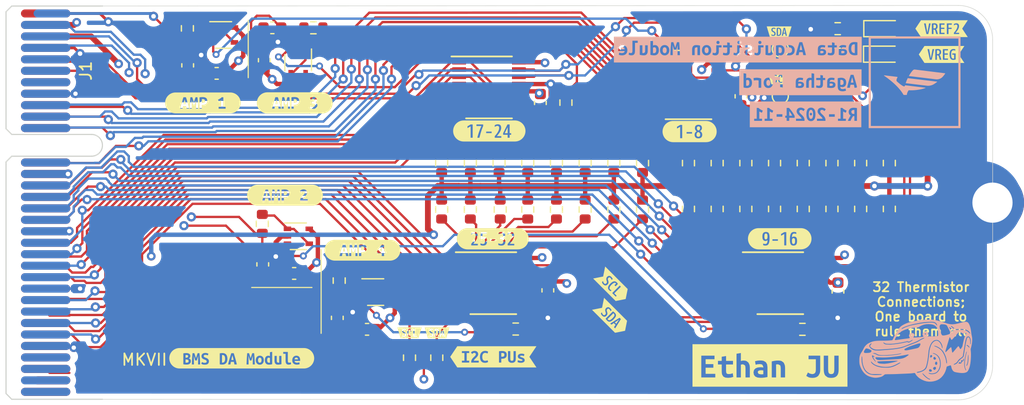
<source format=kicad_pcb>
(kicad_pcb (version 20241229) (generator "pcbnew") (generator_version "9.0")
  (layers (0 "F.Cu" signal) (4 "In1.Cu" power "GND") (6 "In2.Cu" power "PWR") (2 "B.Cu" signal) (13 "F.Paste" user) (15 "B.Paste" user) (5 "F.SilkS" user "F.Silkscreen") (7 "B.SilkS" user "B.Silkscreen") (1 "F.Mask" user) (3 "B.Mask" user) (25 "Edge.Cuts" user))
  (net 0 "")
  (net 1 "/VREG")
  (net 2 "GND")
  (net 3 "/THERM_29")
  (net 4 "/THERM_28")
  (net 5 "/THERM_27")
  (net 6 "/THERM_26")
  (net 7 "/THERM_25")
  (net 8 "/THERM_24")
  (net 9 "/THERM_23")
  (net 10 "/THERM_22")
  (net 11 "/THERM_21")
  (net 12 "/THERM_20")
  (net 13 "/THERM_19")
  (net 14 "/THERM_18")
  (net 15 "/THERM_17")
  (net 16 "/THERM_16")
  (net 17 "/THERM_15")
  (net 18 "/THERM_14")
  (net 19 "/THERM_13")
  (net 20 "/THERM_12")
  (net 21 "/THERM_11")
  (net 22 "/THERM_10")
  (net 23 "/THERM_9")
  (net 24 "/THERM_8")
  (net 25 "/THERM_7")
  (net 26 "/THERM_6")
  (net 27 "/THERM_5")
  (net 28 "/THERM_4")
  (net 29 "/THERM_3")
  (net 30 "/SCL")
  (net 31 "/SDA")
  (net 32 "/THERM_2")
  (net 33 "/THERM_1")
  (net 34 "/VREF2")
  (net 35 "Net-(PD1-K)")
  (net 36 "Net-(PD2-K)")
  (net 37 "Net-(U5--)")
  (net 38 "Net-(U1-D0)")
  (net 39 "Net-(U5-+)")
  (net 40 "Net-(U2-D0)")
  (net 41 "Net-(U3-D0)")
  (net 42 "Net-(U4-D0)")
  (net 46 "unconnected-(J1-Ain_35-PadB30)")
  (net 47 "/THERM_30")
  (net 48 "/THERM_31")
  (net 49 "/THERM_32")
  (net 50 "/MUX_4_OUT")
  (net 51 "Net-(U8-+)")
  (net 52 "Net-(U8--)")
  (net 53 "Net-(U7-+)")
  (net 54 "Net-(U7--)")
  (net 55 "Net-(U6-+)")
  (net 56 "Net-(U6--)")
  (net 57 "/MUX_2_OUT")
  (net 58 "/MUX_1_OUT")
  (net 59 "/MUX_3_OUT")
  (footprint "OEM:R_0603" (layer "F.Cu") (at 124.5 93.25 90)
    (property "Reference" "R21" (hide yes))
    (property "Value" "R_100K" (hide yes))
  )
  (footprint "kibuzzard-63A54BE3" (layer "F.Cu") (at 138.6 90.5)
    (property "Reference" "kibuzzard-63A54BE3" (hide yes))
    (property "Value" "G***" (hide yes))
  )
  (footprint "kibuzzard-673B8ABD" (layer "F.Cu") (at 96.2 88)
    (property "Reference" "kibuzzard-673B8ABD" (hide yes))
    (property "Value" "G***" (hide yes))
  )
  (footprint "OEM:C_0603" (layer "F.Cu") (at 101.55 84.275 90)
    (property "Reference" "C7" (hide yes))
    (property "Value" "1uF" (hide yes))
  )
  (footprint "OEM:R_0603" (layer "F.Cu") (at 151 93.25 90)
    (property "Reference" "R3" (hide yes))
    (property "Value" "R_100K" (hide yes))
  )
  (footprint "OEM:R_0603" (layer "F.Cu") (at 127.825 87.975 90)
    (property "Reference" "R37" (hide yes))
    (property "Value" "1M" (hide yes))
  )
  (footprint "OEM:R_0603" (layer "F.Cu") (at 122.1 97.3 -90)
    (property "Reference" "R27" (hide yes))
    (property "Value" "R_100K" (hide yes))
  )
  (footprint "OEM:R_0603" (layer "F.Cu") (at 117 93.25 90)
    (property "Reference" "R24" (hide yes))
    (property "Value" "R_100K" (hide yes))
  )
  (footprint "OEM:R_0603" (layer "F.Cu") (at 114.2 110.225 -90)
    (property "Reference" "R43" (hide yes))
    (property "Value" "4.7K" (hide yes))
  )
  (footprint "OEM:R_0603" (layer "F.Cu") (at 138.5 97.25 -90)
    (property "Reference" "R9" (hide yes))
    (property "Value" "R_100K" (hide yes))
  )
  (footprint "kibuzzard-672C38BF" (layer "F.Cu") (at 121.45 99.85)
    (property "Reference" "kibuzzard-672C38BF" (hide yes))
    (property "Value" "G***" (hide yes))
  )
  (footprint "OEM:R_0603" (layer "F.Cu") (at 156 93.25 90)
    (property "Reference" "R1" (hide yes))
    (property "Value" "R_100K" (hide yes))
  )
  (footprint "OEM:R_0603" (layer "F.Cu") (at 141 93.25 90)
    (property "Reference" "R7" (hide yes))
    (property "Value" "R_100K" (hide yes))
  )
  (footprint "OEM:CHIPLED_0805" (layer "F.Cu") (at 155.5 83.75)
    (property "Reference" "PD1" (hide yes))
    (property "Value" "WHITE" (hide yes))
  )
  (footprint "OEM:R_0603" (layer "F.Cu") (at 151.5 81.525 180)
    (property "Reference" "R42" (hide yes))
    (property "Value" "1KR" (hide yes))
  )
  (footprint "TestPoint:TestPoint_Pad_D1.0mm" (layer "F.Cu") (at 146.5 87.4)
    (property "Reference" "TP1" (hide yes))
    (property "Value" "TP_1mm" (hide yes))
  )
  (footprint "OEM:R_0603" (layer "F.Cu") (at 151.5 83.75 180)
    (property "Reference" "R41" (hide yes))
    (property "Value" "1KR" (hide yes))
  )
  (footprint "Package_SO:SSOP-16_3.9x4.9mm_P0.635mm" (layer "F.Cu") (at 146.5 103.75)
    (property "Reference" "U2" (hide yes))
    (property "Value" "LTC1380IGN" (hide yes))
  )
  (footprint "OEM:PCIe_Mount" (layer "F.Cu") (at 165 96.7 -90)
    (property "Reference" "H2" (hide yes))
    (property "Value" "CONN_MountingHole" (hide yes))
  )
  (footprint "OEM:R_0603" (layer "F.Cu") (at 141 97.25 -90)
    (property "Reference" "R10" (hide yes))
    (property "Value" "R_100K" (hide yes))
  )
  (footprint "kibuzzard-63BF55B8" (layer "F.Cu") (at 131.8 106.7 -45)
    (property "Reference" "kibuzzard-63BF55B8" (hide yes))
    (property "Value" "G***" (hide yes))
  )
  (footprint "OEM:R_0603" (layer "F.Cu") (at 153.5 93.25 90)
    (property "Reference" "R2" (hide yes))
    (property "Value" "R_100K" (hide yes))
  )
  (footprint "OEM:C_0603" (layer "F.Cu") (at 125.6 88 -90)
    (property "Reference" "C3" (hide yes))
    (property "Value" "C_1uF" (hide yes))
  )
  (footprint "Package_SO:SSOP-16_3.9x4.9mm_P0.635mm" (layer "F.Cu") (at 121.5 103.75)
    (property "Reference" "U4" (hide yes))
    (property "Value" "LTC1380IGN" (hide yes))
  )
  (footprint "OEM:R_0603" (layer "F.Cu") (at 137.5 82.9 180)
    (property "Reference" "R33" (hide yes))
    (property "Value" "1M" (hide yes))
  )
  (footprint "OEM:R_0603" (layer "F.Cu") (at 129.5 97.3 -90)
    (property "Reference" "R30" (hide yes))
    (property "Value" "R_100K" (hide yes))
  )
  (footprint "OEM:R_0603" (layer "F.Cu") (at 124.5 97.3 -90)
    (property "Reference" "R28" (hide yes))
    (property "Value" "R_100K" (hide yes))
  )
  (footprint "OEM:R_0603" (layer "F.Cu") (at 148.5 97.25 -90)
    (property "Reference" "R13" (hide yes))
    (property "Value" "R_100K" (hide yes))
  )
  (footprint "Package_TO_SOT_SMD:SOT-353_SC-70-5" (layer "F.Cu") (at 104.5155 99.6345)
    (property "Reference" "U7" (hide yes))
    (property "Value" "MCP6001T-I-LT" (hide yes))
  )
  (footprint "OEM:C_0603" (layer "F.Cu") (at 102.25 81.45 180)
    (property "Reference" "C8" (hide yes))
    (property "Value" "1uF" (hide yes))
  )
  (footprint "kibuzzard-66171EC5" (layer "F.Cu") (at 160.55 81.525)
    (property "Reference" "kibuzzard-66171EC5" (hide yes))
    (property "Value" "G***" (hide yes))
  )
  (footprint "OEM:R_0603" (layer "F.Cu") (at 108.075 103.5 90)
    (property "Reference" "R40" (hide yes))
    (property "Value" "3.3K" (hide yes))
  )
  (footprint "OEM:R_0603" (layer "F.Cu") (at 138.5 93.25 90)
    (property "Reference" "R8" (hide yes))
    (property "Value" "R_100K" (hide yes))
  )
  (footprint "kibuzzard-66171EA1" (layer "F.Cu") (at 160.55 83.775)
    (property "Reference" "kibuzzard-66171EA1" (hide yes))
    (property "Value" "G***" (hide yes))
  )
  (footprint "OEM:R_0603" (layer "F.Cu") (at 119.5 97.3 -90)
    (property "Reference" "R26" (hide yes))
    (property "Value" "R_100K" (hide yes))
  )
  (footprint "kibuzzard-672C3C6B" (layer "F.Cu") (at 116.6 108.05)
    (property "Reference" "kibuzzard-672C3C6B" (hide yes))
    (property "Value" "G***" (hide yes))
  )
  (footprint "kibuzzard-63BF51CA" (layer "F.Cu") (at 99.5836 110.273)
    (property "Reference" "kibuzzard-63BF51CA" (hide yes))
    (property "Value" "G***" (hide yes))
  )
  (footprint "OEM:R_0603" (layer "F.Cu") (at 101.375 98.55 90)
    (property "Reference" "R36" (hide yes))
    (property "Value" "3.3K" (hide yes))
  )
  (footprint "OEM:C_0603" (layer "F.Cu") (at 110.5 107.75 180)
    (property "Reference" "C5" (hide yes))
    (property "Value" "1uF" (hide yes))
  )
  (footprint "kibuzzard-63A54BCB" (layer "F.Cu") (at 146.45 99.85)
    (property "Reference" "kibuzzard-63A54BCB" (hide yes))
    (property "Value" "G***" (hide yes))
  )
  (footprint "kibuzzard-691BC3E8" (layer "F.Cu") (at 145.6 110.9)
    (property "Reference" "kibuzzard-691BC3E8" (hide yes))
    (property "Value" "G***" (hide yes))
  )
  (footprint "OEM:R_0603" (layer "F.Cu") (at 105.825 81.45)
    (property "Reference" "R38" (hide yes))
    (property "Value" "3.3K" (hide yes))
  )
  (footprint "OEM:C_0603" (layer "F.Cu") (at 104.15 102.875 180)
    (property "Reference" "C9" (hide yes))
    (property "Value" "1uF" (hide yes))
  )
  (footprint "Package_TO_SOT_SMD:SOT-353_SC-70-5" (layer "F.Cu") (at 98 82.075)
    (property "Reference" "U8" (hide yes))
    (property "Value" "MCP6001T-I-LT" (hide yes))
  )
  (footprint "OEM:R_0603" (layer "F.Cu") (at 132 93.25 90)
    (property "Reference" "R18" (hide yes))
    (property "Value" "R_100K" (hide yes))
  )
  (footprint "OEM:R_0603" (layer "F.Cu") (at 134.5 97.3 -90)
    (property "Reference" "R32" (hide yes))
    (property "Value" "R_100K" (hide yes))
  )
  (footprint "Package_SO:SSOP-16_3.9x4.9mm_P0.635mm" (layer "F.Cu") (at 121.125 86.675)
    (property "Reference" "U3" (hide yes))
    (property "Value" "LTC1380IGN" (hide yes))
  )
  (footprint "OEM:R_0603" (layer "F.Cu") (at 143.5 93.25 90)
    (property "Reference" "R6" (hide yes))
    (property "Value" "R_100K" (hide yes))
  )
  (footprint "OEM:R_0603" (layer "F.Cu") (at 122 93.25 90)
    (property "Reference" "R22" (hide yes))
    (property "Value" "R_100K" (hide yes))
  )
  (footprint "TestPoint:TestPoint_Pad_D1.0mm" (layer "F.Cu") (at 146.5 83.3)
    (property "Reference" "TP2" (hide yes))
    (property "Value" "TP_1mm" (hide yes))
  )
  (footprint "kibuzzard-672C3C6B" (layer "F.Cu") (at 146.4 81.8)
    (property "Reference" "kibuzzard-672C3C6B" (hide yes))
    (property "Value" "G***" (hide yes))
  )
  (footprint "kibuzzard-63BF55D1" (layer "F.Cu") (at 131.875 103.95 -45)
    (property "Reference" "kibuzzard-63BF55D1" (hide yes))
    (property "Value" "G***" (hide yes))
  )
  (footprint "OEM:C_0603" (layer "F.Cu") (at 126.25 104.35 -90)
    (property "Reference" "C4" (hide yes))
    (property "Value" "C_1uF" (hide yes))
  )
  (footprint "OEM:C_0603" (layer "F.Cu") (at 151.525 104.45 -90)
    (property "Reference" "C2" (hide yes))
    (property "Value" "C_1uF" (hide yes))
  )
  (footprint "OEM:R_0603" (layer "F.Cu") (at 132 97.3 -90)
    (property "Reference" "R31" (hide yes))
    (property "Value" "R_100K" (hide yes))
  )
  (footprint "OEM:CHIPLED_0805" (layer "F.Cu") (at 155.525 81.525)
    (property "Reference" "PD2" (hide yes))
    (property "Value" "WHITE" (hide yes))
  )
  (footprint "OEM:R_0603" (layer "F.Cu") (at 151 97.25 -90)
    (property "Reference" "R14" (hide yes))
    (property "Value" "R_100K" (hide yes))
  )
  (footprint "Package_TO_SOT_SMD:SOT-353_SC-70-5" (layer "F.Cu") (at 111.25 104.5)
    (property "Reference" "U5" (hide yes))
    (property "Value" "MCP6001T-I-LT" (hide yes))
  )
  (footprint "OEM:C_0603" (layer "F.Cu") (at 101.4155 102.0845 -90)
    (property "Reference" "C10" (hide yes))
    (property "Value" "1uF" (hide yes))
  )
  (footprint "OEM:R_0603" (layer "F.Cu") (at 119.5 93.25 90)
    (property "Reference" "R23" (hide yes))
    (property "Value" "R_100K" (hide yes))
  )
  (footprint "OEM:C_0603" (layer "F.Cu") (at 143.075 87.425 -90)
    (property "Reference" "C1" (hide yes))
    (property "Value" "C_1uF" (hide yes))
  )
  (footprint "OEM:R_0603" (layer "F.Cu") (at 117 97.3 -90)
    (property "Reference" "R25" (hide yes))
    (property "Value" "R_100K" (hide yes))
  )
  (footprint "OEM:R_0603" (layer "F.Cu") (at 123.45 107.725 180)
    (property "Reference" "R39" (hide yes))
    (property "Value" "1M" (hide yes))
  )
  (footprint "OEM:R_0603" (layer "F.Cu") (at 94.85 81.5 90)
    (property "Reference" "R34" (hide yes))
    (property "Value" "3.3K" (hide yes))
  )
  (footprint "OEM:R_0603" (layer "F.Cu") (at 148.5 93.25 90)
    (property "Reference" "R4" (hide yes))
    (property "Value" "R_100K" (hide yes))
  )
  (footprint "OEM:R_0603" (layer "F.Cu") (at 129.5 93.25 90)
    (property "Reference" "R19" (hide yes))
    (property "Value" "R_100K" (hide yes))
  )
  (footprint "OEM:C_0603" (layer "F.Cu") (at 97.4 85.425 180)
    (property "Reference" "C11" (hide yes))
    (property "Value" "1uF" (hide yes))
  )
  (footprint "OEM:R_0603" (layer "F.Cu") (at 146 93.25 90)
    (property "Reference" "R5" (hide yes))
    (property "Value" "R_100K" (hide yes))
  )
  (footprint "kibuzzard-673B8DE4" (layer "F.Cu") (at 103.35 96.05)
    (property "Reference" "kibuzzard-673B8DE4" (hide yes))
    (property "Value" "G***" (hide yes))
  )
  (footprint "kibuzzard-673B8AB7" (layer "F.Cu") (at 104.2 88)
    (property "Reference" "kibuzzard-673B8AB7" (hide yes))
    (property "Value" "G***" (hide yes))
  )
  (footprint "kibuzzard-673B8BCC" (layer "F.Cu") (at 121.5 110.15)
    (property "Reference" "kibuzzard-673B8BCC" (hide yes))
    (property "Value" "G***" (hide yes))
  )
  (footprint "OEM:R_0603" (layer "F.Cu") (at 134.5 93.25 90)
    (property "Reference" "R17" (hide yes))
    (property "Value" "R_100K" (hide yes))
  )
  (footprint "OEM:R_0603" (layer "F.Cu") (at 143.5 97.25 -90)
    (property "Reference" "R11" (hide yes))
    (property "Value" "R_100K" (hide yes))
  )
  (footprint "OEM:R_0603" (layer "F.Cu") (at 116.575 110.225 -90)
    (property "Reference" "R44" (hide yes))
    (property "Value" "4.7K" (hide yes))
  )
  (footprint "OEM:R_0603" (layer "F.Cu") (at 153.5 97.25 -90)
    (property "Reference" "R15" (hide yes))
    (property "Value" "R_100K" (hide yes))
  )
  (footprint "OEM:R_0603" (layer "F.Cu") (at 146 97.25 -90)
    (property "Reference" "R12" (hide yes))
    (property "Value" "R_100K" (hide yes))
  )
  (footprint "Package_TO_SOT_SMD:SOT-353_SC-70-5" (layer "F.Cu") (at 104.5 84.5 -90)
    (property "Reference" "U6" (hide yes))
    (property "Value" "MCP6001T-I-LT" (hide yes))
  )
  (footprint "OEM:R_0603" (layer "F.Cu") (at 148.425 107.75 180)
    (property "Reference" "R35" (hide yes))
    (property "Value" "1M" (hide yes))
  )
  (footprint "OEM:C_0603" (layer "F.Cu") (at 107.90923 106.75 -90)
    (property "Reference" "C6" (hide yes))
    (property "Value" "1uF" (hide yes))
  )
  (footprint "OEM:pcie_x4" (layer "F.Cu") (at 82.5 80.2 -90)
    (property "Reference" "J1")
    (property "Value" "CONN_pcie_x4")
    (fp_line (start -0.15 3.45) (end 10.05 3.45) (stroke (width 0.1)) (layer "Edge.Cuts"))
    (fp_line (start 12.95 3.45) (end 33.15 3.45) (stroke (width 0.1)) (layer "Edge.Cuts"))
    (fp_line (start -0.65 2.95) (end -0.15 3.45) (stroke (width 0.1)) (layer "Edge.Cuts"))
    (fp_line (start 10.55 2.95) (end 10.05 3.45) (stroke (width 0.1)) (layer "Edge.Cuts"))
    (fp_line (start 12.45 2.95) (end 12.95 3.45) (stroke (width 0.1)) (layer "Edge.Cuts"))
    (fp_line (start 33.65 2.95) (end 33.15 3.45) (stroke (width 0.1)) (layer "Edge.Cuts"))
    (fp_line (start 10.55 -4) (end 10.55 2.95) (stroke (width 0.1)) (layer "Edge.Cuts"))
    (fp_line (start 12.45 -4) (end 12.45 2.95) (stroke (width 0.1)) (layer "Edge.Cuts"))
    (fp_line (start -0.65 -4.95) (end -0.65 2.95) (stroke (width 0.1)) (layer "Edge.Cuts"))
    (fp_line (start 33.65 -4.95) (end 33.65 2.95) (stroke (width 0.1)) (layer "Edge.Cuts"))
    (fp_arc (start 10.55 -4) (mid 11.5 -4.95) (end 12.45 -4) (stroke (width 0.1)) (layer "Edge.Cuts"))
  )
  (footprint "OEM:R_0603" (layer "F.Cu") (at 127 97.3 -90)
    (property "Reference" "R29" (hide yes))
    (property "Value" "R_100K" (hide yes))
  )
  (footprint "Package_SO:SSOP-16_3.9x4.9mm_P0.635mm" (layer "F.Cu") (at 138.502157 86.750342)
    (property "Reference" "U1" (hide yes))
    (property "Value" "LTC1380IGN" (hide yes))
  )
  (footprint "kibuzzard-672C3C52" (layer "F.Cu") (at 114.2 108.05)
    (property "Reference" "kibuzzard-672C3C52" (hide yes))
    (property "Value" "G***" (hide yes))
  )
  (footprint "kibuzzard-673B8DEE" (layer "F.Cu") (at 110.1 100.85)
    (property "Reference" "kibuzzard-673B8DEE" (hide yes))
    (property "Value" "G***" (hide yes))
  )
  (footprint "OEM:R_0603" (layer "F.Cu") (at 156 97.25 -90)
    (property "Reference" "R16" (hide yes))
    (property "Value" "R_100K" (hide yes))
  )
  (footprint "OEM:C_0603" (layer "F.Cu") (at 94.875 84.725 -90)
    (property "Reference" "C12" (hide yes))
    (property "Value" "1uF" (hide yes))
  )
  (footprint "OEM:R_0603" (layer "F.Cu") (at 127 93.25 90)
    (property "Reference" "R20" (hide yes))
    (property "Value" "R_100K" (hide yes))
  )
  (footprint "kibuzzard-672C3C52" (layer "F.Cu") (at 146.5 85.9)
    (property "Reference" "kibuzzard-672C3C52" (hide yes))
    (property "Value" "G***" (hide yes))
  )
  (footprint "kibuzzard-63A54BB0" (layer "F.Cu") (at 121.15 90.45)
    (property "Reference" "kibuzzard-63A54BB0" (hide yes))
    (property "Value" "G***" (hide yes))
  )
  (footprint "LOGO" (layer "B.Cu") (at 158.3 109.6 180)
    (property "Reference" "G***" (hide yes))
    (property "Value" "LOGO" (hide yes))
  )
  (footprint "OEM:OEM_Logo_8mm" (layer "B.Cu") (at 158.2 86.199971 180)
    (property "Reference" "REF**" (hide yes))
    (property "Value" "OEM_Logo_8mm")
  )
  (footprint "kibuzzard-672D5DF4" (layer "B.Cu") (at 148.7 89 180)
    (property "Reference" "kibuzzard-672D5DF4" (hide yes))
    (property "Value" "G***" (hide yes))
  )
  (footprint "kibuzzard-661723CB" (layer "B.Cu") (at 142.8 83.35 180)
    (property "Reference" "kibuzzard-661723CB" (hide yes))
    (property "Value" "G***" (hide yes))
  )
  (footprint "kibuzzard-661723F5" (layer "B.Cu") (at 148.25 86.2 180)
    (property "Reference" "kibuzzard-661723F5" (hide yes))
    (property "Value" "G***" (hide yes))
  )
  (gr_line (start 100.15 80.8) (end 100.15 85.8) (stroke (width 0.1)) (layer "F.SilkS"))
  (gr_line (start 100.45 104.1) (end 105.7 104.1) (stroke (width 0.1)) (layer "F.SilkS"))
  (gr_line (start 106.5 100.8) (end 106.5 108.1) (stroke (width 0.1)) (layer "F.SilkS"))
  (gr_arc (start 165 110.9) (mid 164.12132 113.02132) (end 162 113.9) (stroke (width 0.05)) (layer "Edge.Cuts"))
  (gr_arc (start 162 79.5) (mid 164.12132 80.37868) (end 165 82.5) (stroke (width 0.05)) (layer "Edge.Cuts"))
  (gr_line (start 162 113.9) (end 87.45 113.85) (stroke (width 0.05)) (layer "Edge.Cuts"))
  (gr_line (start 87.45 79.55) (end 162 79.5) (stroke (width 0.05)) (layer "Edge.Cuts"))
  (gr_line (start 165 82.5) (end 165 110.9) (stroke (width 0.05)) (layer "Edge.Cuts"))
  (gr_text "MKVII" (at 91.1 110.4 0) (layer "F.SilkS") (effects (font (size 1 1))))
  (gr_text "32 Thermistor\nConnections;\nOne board to\nrule them all" (at 158.75 106 0) (layer "F.SilkS") (effects (font (size 0.8 0.8))))
  (segment (start 102.2345 85.9345) (end 101.55 85.25) (width 0.381) (layer "F.Cu") (net 1))
  (segment (start 150.579158 103.4325) (end 149.1 103.4325) (width 0.381) (layer "F.Cu") (net 1))
  (segment (start 112.9155 104.5655) (end 112.2 103.85) (width 0.381) (layer "F.Cu") (net 1))
  (segment (start 116.575 111.05) (end 115.5 111.05) (width 0.2) (layer "F.Cu") (net 1))
  (segment (start 99.3 84.325) (end 98.3 85.325) (width 0.381) (layer "F.Cu") (net 1))
  (segment (start 152.1 101.25) (end 151.8225 101.5275) (width 0.381) (layer "F.Cu") (net 1))
  (segment (start 106.1 101.925) (end 106.05 101.925) (width 0.381) (layer "F.Cu") (net 1))
  (segment (start 105.075 102.9) (end 104.8 102.9) (width 0.381) (layer "F.Cu") (net 1))
  (segment (start 99.7155 82.1405) (end 99 81.425) (width 0.381) (layer "F.Cu") (net 1))
  (segment (start 150.821658 103.675) (end 150.579158 103.4325) (width 0.381) (layer "F.Cu") (net 1))
  (segment (start 139.65 85.097842) (end 140.22 84.527842) (width 0.381) (layer "F.Cu") (net 1))
  (segment (start 125.9525 84.4525) (end 126 84.5) (width 0.381) (layer "F.Cu") (net 1))
  (segment (start 99.7155 83.9095) (end 99.7155 82.1405) (width 0.381) (layer "F.Cu") (net 1))
  (segment (start 124.1 101.5275) (end 125.7045 101.5275) (width 0.381) (layer "F.Cu") (net 1))
  (segment (start 112.5 106.75) (end 111.5 107.75) (width 0.381) (layer "F.Cu") (net 1))
  (segment (start 125.3425 86.9925) (end 123.725 86.9925) (width 0.381) (layer "F.Cu") (net 1))
  (segment (start 143.075 86.475) (end 143.075 86.65) (width 0.381) (layer "F.Cu") (net 1))
  (segment (start 127.725 103.575) (end 127.9 103.75) (width 0.381) (layer "F.Cu") (net 1))
  (segment (start 101.4345 84.9345) (end 101.2345 84.9345) (width 0.381) (layer "F.Cu") (net 1))
  (segment (start 124.1 103.4325) (end 124.1 104.0675) (width 0.381) (layer "F.Cu") (net 1))
  (segment (start 153.667937 87.382063) (end 156.55 84.5) (width 0.2) (layer "F.Cu") (net 1))
  (segment (start 125.5 87.15) (end 125.3425 86.9925) (width 0.381) (layer "F.Cu") (net 1))
  (segment (start 151.8225 101.5275) (end 149.1 101.5275) (width 0.381) (layer "F.Cu") (net 1))
  (segment (start 82.5 81.2) (end 84.977402 81.2) (width 0.508) (layer "F.Cu") (net 1))
  (segment (start 115.5 111.05) (end 114.2 111.05) (width 0.2) (layer "F.Cu") (net 1))
  (segment (start 106.05 101.925) (end 105.075 102.9) (width 0.381) (layer "F.Cu") (net 1))
  (segment (start 125.575 87.225) (end 125.5 87.15) (width 0.2) (layer "F.Cu") (net 1))
  (segment (start 102.65 86.35) (end 104.419 86.35) (width 0.381) (layer "F.Cu") (net 1))
  (segment (start 143.943717 87.518717) (end 143.075 86.65) (width 0.381) (layer "F.Cu") (net 1))
  (segment (start 123.725 84.4525) (end 125.9525 84.4525) (width 0.381) (layer "F.Cu") (net 1))
  (segment (start 99.3 84.325) (end 99.7155 83.9095) (width 0.381) (layer "F.Cu") (net 1))
  (segment (start 151.525 103.675) (end 150.821658 103.675) (width 0.381) (layer "F.Cu") (net 1))
  (segment (start 126.1075 103.4325) (end 126.25 103.575) (width 0.381) (layer "F.Cu") (net 1))
  (segment (start 111.5 107.75) (end 111.275 107.75) (width 0.381) (layer "F.Cu") (net 1))
  (segment (start 114.2 111.05) (end 114.2 111.075) (width 0.2) (layer "F.Cu") (net 1))
  (segment (start 125.6 87.225) (end 125.575 87.225) (width 0.2) (layer "F.Cu") (net 1))
  (segment (start 124.1 103.4325) (end 126.1075 103.4325) (width 0.381) (layer "F.Cu") (net 1))
  (segment (start 104.419 86.35) (end 105.1345 85.6345) (width 0.381) (layer "F.Cu") (net 1))
  (segment (start 112.9155 106.3345) (end 112.9155 104.5655) (width 0.381) (layer "F.Cu") (net 1))
  (segment (start 106.1 101.925) (end 106.2155 101.8095) (width 0.381) (layer "F.Cu") (net 1))
  (segment (start 144.040217 87.518717) (end 143.943717 87.518717) (width 0.381) (layer "F.Cu") (net 1))
  (segment (start 84.977402 81.2) (end 85.203203 80.974199) (width 0.508) (layer "F.Cu") (net 1))
  (segment (start 106.2155 101.8095) (end 106.2155 99.7155) (width 0.381) (layer "F.Cu") (net 1))
  (segment (start 101.55 85.05) (end 101.4345 84.9345) (width 0.381) (layer "F.Cu") (net 1))
  (segment (start 156.55 84.5) (end 156.55 83.75) (width 0.2) (layer "F.Cu") (net 1))
  (segment (start 106.2155 99.7155) (end 105.5 99) (width 0.381) (layer "F.Cu") (net 1))
  (segment (start 115.45 111.1) (end 115.45 112.1) (width 0.2) (layer "F.Cu") (net 1))
  (segment (start 101.55 85.25) (end 101.55 85.05) (width 0.381) (layer "F.Cu") (net 1))
  (segment (start 126.25 103.575) (end 127.725 103.575) (width 0.381) (layer "F.Cu") (net 1))
  (segment (start 112.5 106.75) (end 112.9155 106.3345) (width 0.381) (layer "F.Cu") (net 1))
  (segment (start 140.22 84.527842) (end 141.102157 84.527842) (width 0.381) (layer "F.Cu") (net 1))
  (segment (start 125.7045 101.5275) (end 125.75 101.482) (width 0.381) (layer "F.Cu") (net 1))
  (segment (start 102.2345 85.9345) (end 102.65 86.35) (width 0.381) (layer "F.Cu") (net 1))
  (via (at 85.203203 80.974199) (size 0.762) (drill 0.381) (layers "F.Cu" "B.Cu") (net 1))
  (via (at 99.3 84.325) (size 0.762) (drill 0.381) (layers "F.Cu" "B.Cu") (net 1))
  (via (at 106.1 101.925) (size 0.762) (drill 0.381) (layers "F.Cu" "B.Cu") (net 1))
  (via (at 126 84.5) (size 0.762) (drill 0.381) (layers "F.Cu" "B.Cu") (net 1))
  (via (at 144.040217 87.518717) (size 0.762) (drill 0.381) (layers "F.Cu" "B.Cu") (net 1))
  (via (at 102.2345 85.9345) (size 0.762) (drill 0.381) (layers "F.Cu" "B.Cu") (net 1))
  (via (at 139.65 85.097842) (size 0.8) (drill 0.4) (layers "F.Cu" "B.Cu") (net 1))
  (via (at 127.9 103.75) (size 0.762) (drill 0.381) (layers "F.Cu" "B.Cu") (net 1))
  (via (at 151.525 103.675) (size 0.762) (drill 0.381) (layers "F.Cu" "B.Cu") (net 1))
  (via (at 152.1 101.25) (size 0.762) (drill 0.381) (layers "F.Cu" "B.Cu") (net 1))
  (via (at 125.5 87.15) (size 0.762) (drill 0.381) (layers "F.Cu" "B.Cu") (net 1))
  (via (at 112.5 106.75) (size 0.762) (drill 0.381) (layers "F.Cu" "B.Cu") (net 1))
  (via (at 115.45 112.1) (size 0.762) (drill 0.381) (layers "F.Cu" "B.Cu") (net 1))
  (via (at 153.667937 87.382063) (size 0.762) (drill 0.381) (layers "F.Cu" "B.Cu") (net 1))
  (via (at 125.75 101.482) (size 0.762) (drill 0.381) (layers "F.Cu" "B.Cu") (net 1))
  (segment (start 124.1 105.3375) (end 125.8875 105.3375) (width 0.381) (layer "F.Cu") (net 2))
  (segment (start 96.05 82.575) (end 96.55 82.075) (width 0.381) (layer "F.Cu") (net 2))
  (segment (start 125.8875 105.3375) (end 125.9 105.325) (width 0.381) (layer "F.Cu") (net 2))
  (segment (start 103.55 99.65) (end 103.5655 99.6345) (width 0.381) (layer "F.Cu") (net 2))
  (segment (start 96.55 82.075) (end 97.05 82.075) (width 0.381) (layer "F.Cu") (net 2))
  (segment (start 85.5 83.7) (end 85 83.2) (width 0.25) (layer "F.Cu") (net 2))
  (segment (start 109.25 106.25) (end 109.25 105) (width 0.381) (layer "F.Cu") (net 2))
  (segment (start 104.5 82.894) (end 104.5 83.55) (width 0.381) (layer "F.Cu") (net 2))
  (segment (start 141.102157 86.432842) (end 141.102157 88.337842) (width 0.381) (layer "F.Cu") (net 2))
  (segment (start 125.5 88.7) (end 125.5 88.55) (width 0.381) (layer "F.Cu") (net 2))
  (segment (start 84.95 109.35) (end 84.8 109.2) (width 0.2) (layer "F.Cu") (net 2))
  (segment (start 141.102157 88.337842) (end 142.614657 88.337842) (width 0.381) (layer "F.Cu") (net 2))
  (segment (start 109.5 107.525) (end 109.725 107.75) (width 0.381) (layer "F.Cu") (net 2))
  (segment (start 109.75 104.5) (end 110.3 104.5) (width 0.381) (layer "F.Cu") (net 2))
  (segment (start 103.0655 102.8845) (end 101.4405 102.8845) (width 0.381) (layer "F.Cu") (net 2))
  (segment (start 126.1 105.35) (end 126.1125 105.3375) (width 0.2) (layer "F.Cu") (net 2))
  (segment (start 102.55 100.15) (end 103.05 99.65) (width 0.381) (layer "F.Cu") (net 2))
  (segment (start 84.540893 99.2) (end 82.5 99.2) (width 0.25) (layer "F.Cu") (net 2))
  (segment (start 123.725 88.2625) (end 123.725 87.6275) (width 0.381) (layer "F.Cu") (net 2))
  (segment (start 124.1 104.7025) (end 124.1 105.3375) (width 0.381) (layer "F.Cu") (net 2))
  (segment (start 149.15 81.575) (end 150.625 81.575) (width 0.381) (layer "F.Cu") (net 2))
  (segment (start 84.8 109.2) (end 82.5 109.2) (width 0.2) (layer "F.Cu") (net 2))
  (segment (start 102.55 101.4) (end 103.05 101.9) (width 0.381) (layer "F.Cu") (net 2))
  (segment (start 96.55 84.325) (end 96.55 85.3) (width 0.381) (layer "F.Cu") (net 2))
  (segment (start 126.25 106.75) (end 126.25 105.125) (width 0.381) (layer "F.Cu") (net 2))
  (segment (start 85.1 87.2) (end 82.5 87.2) (width 0.25) (layer "F.Cu") (net 2))
  (segment (start 85 83.2) (end 82.5 83.2) (width 0.25) (layer "F.Cu") (net 2))
  (segment (start 82.5 104.2) (end 85.5 104.2) (width 0.2) (layer "F.Cu") (net 2))
  (segment (start 125.2125 88.2625) (end 123.725 88.2625) (width 0.381) (layer "F.Cu") (net 2))
  (segment (start 102.7345 82.6845) (end 102.2345 83.1845) (width 0.381) (layer "F.Cu") (net 2))
  (segment (start 151.525 105.225) (end 149.6225 105.225) (width 0.381) (layer "F.Cu") (net 2))
  (segment (start 107.90923 107.525) (end 109.5 107.525) (width 0.381) (layer "F.Cu") (net 2))
  (segment (start 126.5 87.7) (end 125.5 88.7) (width 0.381) (layer "F.Cu") (net 2))
  (segment (start 84.559199 99.181694) (end 84.540893 99.2) (width 0.25) (layer "F.Cu") (net 2))
  (segment (start 87.962396 80.925) (end 87.237396 80.2) (width 0.25) (layer "F.Cu") (net 2))
  (segment (start 102.2345 83.1845) (end 101.2595 83.1845) (width 0.381) (layer "F.Cu") (net 2))
  (segment (start 102.55 101.4) (end 102.55 100.15) (width 0.381) (layer "F.Cu") (net 2))
  (segment (start 126.5 86.3575) (end 126.5 87.7) (width 0.381) (layer "F.Cu") (net 2))
  (segment (start 142.9 88.35) (end 144.3 88.35) (width 0.381) (layer "F.Cu") (net 2))
  (segment (start 101.4595 81.5095) (end 101.4595 82.9345) (width 0.381) (layer "F.Cu") (net 2))
  (segment (start 101.4405 102.8845) (end 101.4155 102.8595) (width 0.381) (layer "F.Cu") (net 2))
  (segment (start 96.05 83.825) (end 96.05 82.575) (width 0.381) (layer "F.Cu") (net 2))
  (segment (start 109.25 106.25) (end 109.75 106.75) (width 0.381) (layer "F.Cu") (net 2))
  (segment (start 151.5 105.25) (end 151.525 105.225) (width 0.381) (layer "F.Cu") (net 2))
  (segment (start 108.075 107.525) (end 108.175 107.425) (width 0.381) (layer "F.Cu") (net 2))
  (segment (start 149.1 105.3375) (end 149.1 104.0675) (width 0.381) (layer "F.Cu") (net 2))
  (segment (start 102.7345 82.6845) (end 104.2905 82.6845) (width 0.381) (layer "F.Cu") (net 2))
  (segment (start 107.90923 107.525) (end 108.075 107.525) (width 0.381) (layer "F.Cu") (net 2))
  (segment (start 104.2905 82.6845) (end 104.5 82.894) (width 0.381) (layer "F.Cu") (net 2))
  (segment (start 103.05 99.65) (end 103.55 99.65) (width 0.381) (layer "F.Cu") (net 2))
  (segment (start 149.6225 105.225) (end 149.1 104.7025) (width 0.381) (layer "F.Cu") (net 2))
  (segment (start 87.237396 80.2) (end 82.5 80.2) (width 0.25) (layer "F.Cu") (net 2))
  (segment (start 109.25 105) (end 109.75 104.5) (width 0.381) (layer "F.Cu") (net 2))
  (segment (start 150.9 105.175) (end 150.95 105.225) (width 0.381) (layer "F.Cu") (net 2))
  (segment (start 150.625 81.575) (end 150.675 81.525) (width 0.381) (layer "F.Cu") (net 2))
  (segment (start 103.05 101.9) (end 103.05 102.875) (width 0.381) (layer "F.Cu") (net 2))
  (segment (start 126.0875 105.3375) (end 126.1 105.35) (width 0.2) (layer "F.Cu") (net 2))
  (segment (start 82.5 94.2) (end 84.45 94.2) (width 0.2) (layer "F.Cu") (net 2))
  (segment (start 109.75 107.725) (end 109.725 107.75) (width 0.381) (layer "F.Cu") (net 2))
  (segment (start 144.3 88.35) (end 145.1 87.55) (width 0.381) (layer "F.Cu") (net 2))
  (segment (start 150.95 105.225) (end 151.525 105.225) (width 0.381) (layer "F.Cu") (net 2))
  (segment (start 96.05 83.825) (end 96.55 84.325) (width 0.381) (layer "F.Cu") (net 2))
  (segment (start 125.5 88.55) (end 125.2125 88.2625) (width 0.381) (layer "F.Cu") (net 2))
  (segment (start 151.5 106.75) (end 151.5 105.25) (width 0.381) (layer "F.Cu") (net 2))
  (segment (start 126.5 86.3575) (end 123.725 86.3575) (width 0.381) (layer "F.Cu") (net 2))
  (segment (start 96.5655 85.3095) (end 94.9405 85.3095) (width 0.381) (layer "F.Cu") (net 2))
  (segment (start 150.675 83.75) (end 150.675 81.525) (width 0.381) (layer "F.Cu") (net 2))
  (segment (start 109.75 106.75) (end 109.75 107.725) (width 0.381) (layer "F.Cu") (net 2))
  (via (at 102.7345 82.6845) (size 0.8) (drill 0.4) (layers "F.Cu" "B.Cu") (net 2))
  (via (at 109.25 106.25) (size 0.8) (drill 0.4) (layers "F.Cu" "B.Cu") (net 2))
  (via (at 151.5 106.75) (size 0.8) (drill 0.4) (layers "F.Cu" "B.Cu") (net 2))
  (via (at 84.45 94.2) (size 0.8) (drill 0.4) (layers "F.Cu" "B.Cu") (net 2))
  (via (at 145.1 87.55) (size 0.8) (drill 0.4) (layers "F.Cu" "B.Cu") (net 2))
  (via (at 87.962396 80.925) (size 0.8) (drill 0.4) (layers "F.Cu" "B.Cu") (net 2))
  (via (at 85.5 83.7) (size 0.8) (drill 0.4) (layers "F.Cu" "B.Cu") (net 2))
  (via (at 85.5 104.2) (size 0.762) (drill 0.381) (layers "F.Cu" "B.Cu") (net 2))
  (via (at 84.95 109.35) (size 0.762) (drill 0.381) (layers "F.Cu" "B.Cu") (net 2))
  (via (at 126.25 106.75) (size 0.8) (drill 0.4) (layers "F.Cu" "B.Cu") (net 2))
  (via (at 102.55 101.4) (size 0.8) (drill 0.4) (layers "F.Cu" "B.Cu") (net 2))
  (via (at 96.05 83.825) (size 0.8) (drill 0.4) (layers "F.Cu" "B.Cu") (net 2))
  (via (at 126.5 86.3575) (size 0.8) (drill 0.4) (layers "F.Cu" "B.Cu") (net 2))
  (via (at 84.559199 99.181694) (size 0.762) (drill 0.381) (layers "F.Cu" "B.Cu") (net 2))
  (via (at 149.15 81.575) (size 0.8) (drill 0.4) (layers "F.Cu" "B.Cu") (net 2))
  (via (at 85.1 87.2) (size 0.762) (drill 0.381) (layers "F.Cu" "B.Cu") (net 2))
  (segment (start 84.559199 99.181694) (end 84.540893 99.2) (width 0.25) (layer "B.Cu") (net 2))
  (segment (start 85.1 87.2) (end 82.5 87.2) (width 0.25) (layer "B.Cu") (net 2))
  (segment (start 84.95 109.35) (end 84.8 109.2) (width 0.2) (layer "B.Cu") (net 2))
  (segment (start 85.5 83.7) (end 85 84.2) (width 0.25) (layer "B.Cu") (net 2))
  (segment (start 84.540893 99.2) (end 82.5 99.2) (width 0.25) (layer "B.Cu") (net 2))
  (segment (start 82.5 104.2) (end 85.5 104.2) (width 0.2) (layer "B.Cu") (net 2))
  (segment (start 84.45 94.2) (end 82.5 94.2) (width 0.2) (layer "B.Cu") (net 2))
  (segment (start 84.8 109.2) (end 82.5 109.2) (width 0.2) (layer "B.Cu") (net 2))
  (segment (start 85 84.2) (end 82.5 84.2) (width 0.25) (layer "B.Cu") (net 2))
  (segment (start 123.677942 98.825) (end 121.2 101.302943) (width 0.2) (layer "F.Cu") (net 3))
  (segment (start 94.802942 95.6) (end 107.9 95.6) (width 0.2) (layer "F.Cu") (net 3))
  (segment (start 87.300055 107.2) (end 89.7 104.800055) (width 0.2) (layer "F.Cu") (net 3))
  (segment (start 121.2 102.67157) (end 119.80407 104.0675) (width 0.2) (layer "F.Cu") (net 3))
  (segment (start 116.3675 104.0675) (end 118.9 104.0675) (width 0.2) (layer "F.Cu") (net 3))
  (segment (start 126.3 98.825) (end 123.677942 98.825) (width 0.2) (layer "F.Cu") (net 3))
  (segment (start 86.85 107.2) (end 87.300055 107.2) (width 0.2) (layer "F.Cu") (net 3))
  (segment (start 93.852943 96.55) (end 94.802942 95.6) (width 0.2) (layer "F.Cu") (net 3))
  (segment (start 121.2 101.302943) (end 121.2 102.67157) (width 0.2) (layer "F.Cu") (net 3))
  (segment (start 107.9 95.6) (end 116.3675 104.0675) (width 0.2) (layer "F.Cu") (net 3))
  (segment (start 127 98.125) (end 126.3 98.825) (width 0.2) (layer "F.Cu") (net 3))
  (segment (start 89.7 100.702942) (end 93.852943 96.55) (width 0.2) (layer "F.Cu") (net 3))
  (segment (start 89.7 104.800055) (end 89.7 100.702942) (width 0.2) (layer "F.Cu") (net 3))
  (segment (start 119.80407 104.0675) (end 118.9 104.0675) (width 0.2) (layer "F.Cu") (net 3))
  (via (at 86.85 107.2) (size 0.8) (drill 0.4) (layers "F.Cu" "B.Cu") (net 3))
  (segment (start 86.85 107.2) (end 82.5 107.2) (width 0.2) (layer "B.Cu") (net 3))
  (segment (start 84.569239 106.55) (end 84.619239 106.5) (width 0.2) (layer "F.Cu") (net 4))
  (segment (start 123.325001 98.125) (end 120.8 100.650001) (width 0.2) (layer "F.Cu") (net 4))
  (segment (start 94.637256 95.2) (end 108.4 95.2) (width 0.2) (layer "F.Cu") (net 4))
  (segment (start 82.5 106.2) (end 82.85 106.55) (width 0.2) (layer "F.Cu") (net 4))
  (segment (start 84.619239 106.5) (end 87.434368 106.5) (width 0.2) (layer "F.Cu") (net 4))
  (segment (start 119.8675 103.4325) (end 118.9 103.4325) (width 0.2) (layer "F.Cu") (net 4))
  (segment (start 82.85 106.55) (end 84.569239 106.55) (width 0.2) (layer "F.Cu") (net 4))
  (segment (start 120.8 102.5) (end 119.8675 103.4325) (width 0.2) (layer "F.Cu") (net 4))
  (segment (start 124.5 98.125) (end 123.325001 98.125) (width 0.2) (layer "F.Cu") (net 4))
  (segment (start 116.6325 103.4325) (end 118.9 103.4325) (width 0.2) (layer "F.Cu") (net 4))
  (segment (start 120.8 100.650001) (end 120.8 102.5) (width 0.2) (layer "F.Cu") (net 4))
  (segment (start 87.434368 106.5) (end 89.3 104.634368) (width 0.2) (layer "F.Cu") (net 4))
  (segment (start 89.3 100.537256) (end 94.637256 95.2) (width 0.2) (layer "F.Cu") (net 4))
  (segment (start 108.4 95.2) (end 116.6325 103.4325) (width 0.2) (layer "F.Cu") (net 4))
  (segment (start 89.3 104.634368) (end 89.3 100.537256) (width 0.2) (layer "F.Cu") (net 4))
  (segment (start 122.1 98.7) (end 120.4 100.4) (width 0.2) (layer "F.Cu") (net 5))
  (segment (start 122.1 98.125) (end 122.1 98.7) (width 0.2) (layer "F.Cu") (net 5))
  (segment (start 94.47157 94.8) (end 108.9 94.8) (width 0.2) (layer "F.Cu") (net 5))
  (segment (start 88.9 104.468683) (end 88.9 100.37157) (width 0.2) (layer "F.Cu") (net 5))
  (segment (start 119.9025 102.7975) (end 118.9 102.7975) (width 0.2) (layer "F.Cu") (net 5))
  (segment (start 120.4 100.4) (end 120.4 102.3) (width 0.2) (layer "F.Cu") (net 5))
  (segment (start 86.835197 105.8) (end 87.568683 105.8) (width 0.2) (layer "F.Cu") (net 5))
  (segment (start 88.9 100.37157) (end 94.47157 94.8) (width 0.2) (layer "F.Cu") (net 5))
  (segment (start 120.4 102.3) (end 119.9025 102.7975) (width 0.2) (layer "F.Cu") (net 5))
  (segment (start 87.568683 105.8) (end 88.9 104.468683) (width 0.2) (layer "F.Cu") (net 5))
  (segment (start 108.9 94.8) (end 116.8975 102.7975) (width 0.2) (layer "F.Cu") (net 5))
  (segment (start 116.8975 102.7975) (end 118.9 102.7975) (width 0.2) (layer "F.Cu") (net 5))
  (via (at 86.835197 105.8) (size 0.8) (drill 0.4) (layers "F.Cu" "B.Cu") (net 5))
  (segment (start 86.635197 106) (end 82.7 106) (width 0.2) (layer "B.Cu") (net 5))
  (segment (start 82.7 106) (end 82.5 106.2) (width 0.2) (layer "B.Cu") (net 5))
  (segment (start 86.835197 105.8) (end 86.635197 106) (width 0.2) (layer "B.Cu") (net 5))
  (segment (start 82.5 105.2) (end 82.6 105.1) (width 0.2) (layer "F.Cu") (net 6))
  (segment (start 88.5 104.302997) (end 88.5 100.205884) (width 0.2) (layer "F.Cu") (net 6))
  (segment (start 119.5 98.125) (end 120 98.625) (width 0.2) (layer "F.Cu") (net 6))
  (segment (start 120 98.625) (end 120 101.8625) (width 0.2) (layer "F.Cu") (net 6))
  (segment (start 88.5 100.205884) (end 94.3 94.405884) (width 0.2) (layer "F.Cu") (net 6))
  (segment (start 120 101.8625) (end 119.7 102.1625) (width 0.2) (layer "F.Cu") (net 6))
  (segment (start 82.6 105.1) (end 87.702997 105.1) (width 0.2) (layer "F.Cu") (net 6))
  (segment (start 94.3 94.405884) (end 94.3 94.4) (width 0.2) (layer "F.Cu") (net 6))
  (segment (start 87.702997 105.1) (end 88.5 104.302997) (width 0.2) (layer "F.Cu") (net 6))
  (segment (start 117.0625 102.1625) (end 118.9 102.1625) (width 0.2) (layer "F.Cu") (net 6))
  (segment (start 94.3 94.4) (end 109.3 94.4) (width 0.2) (layer "F.Cu") (net 6))
  (segment (start 109.3 94.4) (end 117.0625 102.1625) (width 0.2) (layer "F.Cu") (net 6))
  (segment (start 119.7 102.1625) (end 118.9 102.1625) (width 0.2) (layer "F.Cu") (net 6))
  (segment (start 88.1 104.137311) (end 88.1 100.034315) (width 0.2) (layer "F.Cu") (net 7))
  (segment (start 109.73692 94) (end 117.26442 101.5275) (width 0.2) (layer "F.Cu") (net 7))
  (segment (start 86.9 104.5) (end 87.737311 104.5) (width 0.2) (layer "F.Cu") (net 7))
  (segment (start 117 98.125) (end 118.9 100.025) (width 0.2) (layer "F.Cu") (net 7))
  (segment (start 86.8 104.4) (end 86.9 104.5) (width 0.2) (layer "F.Cu") (net 7))
  (segment (start 87.737311 104.5) (end 88.1 104.137311) (width 0.2) (layer "F.Cu") (net 7))
  (segment (start 94.1 94) (end 109.73692 94) (width 0.2) (layer "F.Cu") (net 7))
  (segment (start 94.1 94.034315) (end 94.1 94) (width 0.2) (layer "F.Cu") (net 7))
  (segment (start 88.1 100.034315) (end 94.1 94.034315) (width 0.2) (layer "F.Cu") (net 7))
  (segment (start 117.26442 101.5275) (end 118.9 101.5275) (width 0.2) (layer "F.Cu") (net 7))
  (segment (start 118.9 100.025) (end 118.9 101.5275) (width 0.2) (layer "F.Cu") (net 7))
  (via (at 86.8 104.4) (size 0.8) (drill 0.4) (layers "F.Cu" "B.Cu") (net 7))
  (segment (start 82.5 105.2) (end 86 105.2) (width 0.2) (layer "B.Cu") (net 7))
  (segment (start 86 105.2) (end 86.8 104.4) (width 0.2) (layer "B.Cu") (net 7))
  (segment (start 87.7 99.834315) (end 93.934315 93.6) (width 0.2) (layer "F.Cu") (net 8))
  (segment (start 118.525 88.8975) (end 118.525 90.9) (width 0.2) (layer "F.Cu") (net 8))
  (segment (start 118.525 90.9) (end 117 92.425) (width 0.2) (layer "F.Cu") (net 8))
  (segment (start 87.7 103.3) (end 87.7 99.834315) (width 0.2) (layer "F.Cu") (net 8))
  (segment (start 85.869 103.519) (end 86.05 103.7) (width 0.2) (layer "F.Cu") (net 8))
  (segment (start 84.7 103.2) (end 85.019 103.519) (width 0.2) (layer "F.Cu") (net 8))
  (segment (start 87.3 103.7) (end 87.7 103.3) (width 0.2) (layer "F.Cu") (net 8))
  (segment (start 85.019 103.519) (end 85.869 103.519) (width 0.2) (layer "F.Cu") (net 8))
  (segment (start 118.1025 88.8975) (end 118.525 88.8975) (width 0.2) (layer "F.Cu") (net 8))
  (segment (start 82.5 103.2) (end 84.7 103.2) (width 0.2) (layer "F.Cu") (net 8))
  (segment (start 93.934315 93.6) (end 113.4 93.6) (width 0.2) (layer "F.Cu") (net 8))
  (segment (start 113.4 93.6) (end 118.1025 88.8975) (width 0.2) (layer "F.Cu") (net 8))
  (segment (start 86.05 103.7) (end 87.3 103.7) (width 0.2) (layer "F.Cu") (net 8))
  (segment (start 93.768629 93.2) (end 112.95 93.2) (width 0.2) (layer "F.Cu") (net 9))
  (segment (start 112.95 93.2) (end 117.8875 88.2625) (width 0.2) (layer "F.Cu") (net 9))
  (segment (start 87.3 99.668629) (end 93.768629 93.2) (width 0.2) (layer "F.Cu") (net 9))
  (segment (start 118.525 88.2625) (end 119.625 88.2625) (width 0.2) (layer "F.Cu") (net 9))
  (segment (start 117.8875 88.2625) (end 118.525 88.2625) (width 0.2) (layer "F.Cu") (net 9))
  (segment (start 119.625 88.2625) (end 119.8 88.4375) (width 0.2) (layer "F.Cu") (net 9))
  (segment (start 119.8 92.125) (end 119.5 92.425) (width 0.2) (layer "F.Cu") (net 9))
  (segment (start 118.5125 88.25) (end 118.525 88.2625) (width 0.2) (layer "F.Cu") (net 9))
  (segment (start 86.75 103) (end 87.3 102.45) (width 0.2) (layer "F.Cu") (net 9))
  (segment (start 87.3 102.45) (end 87.3 99.668629) (width 0.2) (layer "F.Cu") (net 9))
  (segment (start 119.8 88.4375) (end 119.8 92.125) (width 0.2) (layer "F.Cu") (net 9))
  (via (at 86.75 103) (size 0.8) (drill 0.4) (layers "F.Cu" "B.Cu") (net 9))
  (segment (start 86.55 103.2) (end 82.5 103.2) (width 0.2) (layer "B.Cu") (net 9))
  (segment (start 86.75 103) (end 86.55 103.2) (width 0.2) (layer "B.Cu") (net 9))
  (segment (start 117.8725 87.6275) (end 118.525 87.6275) (width 0.2) (layer "F.Cu") (net 10))
  (segment (start 118.5225 87.625) (end 118.525 87.6275) (width 0.2) (layer "F.Cu") (net 10))
  (segment (start 112.7 92.8) (end 117.8725 87.6275) (width 0.2) (layer "F.Cu") (net 10))
  (segment (start 86.65 102.3) (end 86.9 102.05) (width 0.2) (layer "F.Cu") (net 10))
  (segment (start 119.59 87.6275) (end 120.2 88.2375) (width 0.2) (layer "F.Cu") (net 10))
  (segment (start 86.9 99.502943) (end 93.602943 92.8) (width 0.2) (layer "F.Cu") (net 10))
  (segment (start 84.219239 102.2) (end 84.819239 102.8) (width 0.2) (layer "F.Cu") (net 10))
  (segment (start 86.46005 102.3) (end 86.65 102.3) (width 0.2) (layer "F.Cu") (net 10))
  (segment (start 84.819239 102.8) (end 85.96005 102.8) (width 0.2) (layer "F.Cu") (net 10))
  (segment (start 120.2 90.625) (end 122 92.425) (width 0.2) (layer "F.Cu") (net 10))
  (segment (start 118.525 87.6275) (end 119.59 87.6275) (width 0.2) (layer "F.Cu") (net 10))
  (segment (start 86.9 102.05) (end 86.9 99.502943) (width 0.2) (layer "F.Cu") (net 10))
  (segment (start 93.602943 92.8) (end 112.7 92.8) (width 0.2) (layer "F.Cu") (net 10))
  (segment (start 120.2 88.2375) (end 120.2 90.625) (width 0.2) (layer "F.Cu") (net 10))
  (segment (start 82.5 102.2) (end 84.219239 102.2) (width 0.2) (layer "F.Cu") (net 10))
  (segment (start 85.96005 102.8) (end 86.46005 102.3) (width 0.2) (layer "F.Cu") (net 10))
  (segment (start 120.6 88.071815) (end 120.6 90.459314) (width 0.2) (layer "F.Cu") (net 11))
  (segment (start 86.5 99.337257) (end 93.437257 92.4) (width 0.2) (layer "F.Cu") (net 11))
  (segment (start 119.520685 86.9925) (end 120.6 88.071815) (width 0.2) (layer "F.Cu") (net 11))
  (segment (start 112.45 92.4) (end 117.8575 86.9925) (width 0.2) (layer "F.Cu") (net 11))
  (segment (start 86.5 101.2) (end 86.5 99.337257) (width 0.2) (layer "F.Cu") (net 11))
  (segment (start 118.5075 86.975) (end 118.525 86.9925) (width 0.2) (layer "F.Cu") (net 11))
  (segment (start 118.525 86.9925) (end 119.520685 86.9925) (width 0.2) (layer "F.Cu") (net 11))
  (segment (start 121.665686 91.525) (end 123.6 91.525) (width 0.2) (layer "F.Cu") (net 11))
  (segment (start 117.8575 86.9925) (end 118.525 86.9925) (width 0.2) (layer "F.Cu") (net 11))
  (segment (start 123.6 91.525) (end 124.5 92.425) (width 0.2) (layer "F.Cu") (net 11))
  (segment (start 120.6 90.459314) (end 121.665686 91.525) (width 0.2) (layer "F.Cu") (net 11))
  (segment (start 93.437257 92.4) (end 112.45 92.4) (width 0.2) (layer "F.Cu") (net 11))
  (segment (start 85.6 102.1) (end 86.5 101.2) (width 0.2) (layer "F.Cu") (net 11))
  (via (at 85.6 102.1) (size 0.8) (drill 0.4) (layers "F.Cu" "B.Cu") (net 11))
  (segment (start 85.6 102.1) (end 85.5 102.2) (width 0.2) (layer "B.Cu") (net 11))
  (segment (start 85.5 102.2) (end 82.5 102.2) (width 0.2) (layer "B.Cu") (net 11))
  (segment (start 118.5175 86.35) (end 118.525 86.3575) (width 0.2) (layer "F.Cu") (net 12))
  (segment (start 119.451371 86.3575) (end 121 87.906129) (width 0.2) (layer "F.Cu") (net 12))
  (segment (start 112.192157 92) (end 117.834657 86.3575) (width 0.2) (layer "F.Cu") (net 12))
  (segment (start 82.5 101.2) (end 82.7 101.4) (width 0.2) (layer "F.Cu") (net 12))
  (segment (start 121 87.906129) (end 121 90.293628) (width 0.2) (layer "F.Cu") (net 12))
  (segment (start 125.7 91.125) (end 127 92.425) (width 0.2) (layer "F.Cu") (net 12))
  (segment (start 82.7 101.4) (end 85.6 101.4) (width 0.2) (layer "F.Cu") (net 12))
  (segment (start 117.834657 86.3575) (end 118.525 86.3575) (width 0.2) (layer "F.Cu") (net 12))
  (segment (start 86.1 99.171571) (end 93.271571 92) (width 0.2) (layer "F.Cu") (net 12))
  (segment (start 118.525 86.3575) (end 119.451371 86.3575) (width 0.2) (layer "F.Cu") (net 12))
  (segment (start 121 90.293628) (end 121.831372 91.125) (width 0.2) (layer "F.Cu") (net 12))
  (segment (start 93.271571 92) (end 112.192157 92) (width 0.2) (layer "F.Cu") (net 12))
  (segment (start 121.831372 91.125) (end 125.7 91.125) (width 0.2) (layer "F.Cu") (net 12))
  (segment (start 85.6 101.4) (end 86.1 100.9) (width 0.2) (layer "F.Cu") (net 12))
  (segment (start 86.1 100.9) (end 86.1 99.171571) (width 0.2) (layer "F.Cu") (net 12))
  (segment (start 118.525 85.7225) (end 119.4725 85.7225) (width 0.2) (layer "F.Cu") (net 13))
  (segment (start 121.997058 90.725) (end 127.8 90.725) (width 0.2) (layer "F.Cu") (net 13))
  (segment (start 85.230025 100.7) (end 85.7 100.230025) (width 0.2) (layer "F.Cu") (net 13))
  (segment (start 93.105885 91.6) (end 111.95 91.6) (width 0.2) (layer "F.Cu") (net 13))
  (segment (start 127.8 90.725) (end 129.5 92.425) (width 0.2) (layer "F.Cu") (net 13))
  (segment (start 85.7 99.005885) (end 93.105885 91.6) (width 0.2) (layer "F.Cu") (net 13))
  (segment (start 117.825 85.725) (end 118.5225 85.725) (width 0.2) (layer "F.Cu") (net 13))
  (segment (start 118.5225 85.725) (end 118.525 85.7225) (width 0.2) (layer "F.Cu") (net 13))
  (segment (start 121.4 90.127942) (end 121.997058 90.725) (width 0.2) (layer "F.Cu") (net 13))
  (segment (start 85.7 100.230025) (end 85.7 99.005885) (width 0.2) (layer "F.Cu") (net 13))
  (segment (start 121.4 87.65) (end 121.4 90.127942) (width 0.2) (layer "F.Cu") (net 13))
  (segment (start 119.4725 85.7225) (end 121.4 87.65) (width 0.2) (layer "F.Cu") (net 13))
  (segment (start 111.95 91.6) (end 117.825 85.725) (width 0.2) (layer "F.Cu") (net 13))
  (via (at 85.230025 100.7) (size 0.8) (drill 0.4) (layers "F.Cu" "B.Cu") (net 13))
  (segment (start 85.230025 100.7) (end 84.730025 101.2) (width 0.2) (layer "B.Cu") (net 13))
  (segment (start 84.730025 101.2) (end 82.5 101.2) (width 0.2) (layer "B.Cu") (net 13))
  (segment (start 82.5 100.2) (end 84.705025 100.2) (width 0.2) (layer "F.Cu") (net 14))
  (segment (start 85.240199 98.9) (end 92.940199 91.2) (width 0.2) (layer "F.Cu") (net 14))
  (segment (start 122.162744 90.325) (end 129.9 90.325) (width 0.2) (layer "F.Cu") (net 14))
  (segment (start 85.240199 99.664826) (end 85.240199 98.9) (width 0.2) (layer "F.Cu") (net 14))
  (segment (start 117.825 85.075) (end 118.5125 85.075) (width 0.2) (layer "F.Cu") (net 14))
  (segment (start 121.8 89.962256) (end 122.162744 90.325) (width 0.2) (layer "F.Cu") (net 14))
  (segment (start 119.59 85.0875) (end 121.8 87.2975) (width 0.2) (layer "F.Cu") (net 14))
  (segment (start 118.5125 85.075) (end 118.525 85.0875) (width 0.2) (layer "F.Cu") (net 14))
  (segment (start 92.940199 91.2) (end 111.7 91.2) (width 0.2) (layer "F.Cu") (net 14))
  (segment (start 121.8 87.2975) (end 121.8 89.962256) (width 0.2) (layer "F.Cu") (net 14))
  (segment (start 111.7 91.2) (end 117.825 85.075) (width 0.2) (layer "F.Cu") (net 14))
  (segment (start 84.705025 100.2) (end 85.240199 99.664826) (width 0.2) (layer "F.Cu") (net 14))
  (segment (start 118.525 85.0875) (end 119.59 85.0875) (width 0.2) (layer "F.Cu") (net 14))
  (segment (start 129.9 90.325) (end 132 92.425) (width 0.2) (layer "F.Cu") (net 14))
  (segment (start 117.7975 84.4525) (end 118.525 84.4525) (width 0.2) (layer "F.Cu") (net 15))
  (segment (start 132 89.925) (end 134.5 92.425) (width 0.2) (layer "F.Cu") (net 15))
  (segment (start 111.45 90.8) (end 117.7975 84.4525) (width 0.2) (layer "F.Cu") (net 15))
  (segment (start 92.774513 90.8) (end 111.45 90.8) (width 0.2) (layer "F.Cu") (net 15))
  (segment (start 119.520686 84.4525) (end 122.2 87.131814) (width 0.2) (layer "F.Cu") (net 15))
  (segment (start 118.525 84.4525) (end 119.520686 84.4525) (width 0.2) (layer "F.Cu") (net 15))
  (segment (start 122.2 87.131814) (end 122.2 89.79657) (width 0.2) (layer "F.Cu") (net 15))
  (segment (start 122.2 89.79657) (end 122.32843 89.925) (width 0.2) (layer "F.Cu") (net 15))
  (segment (start 85.692534 97.363102) (end 86.211411 97.363102) (width 0.2) (layer "F.Cu") (net 15))
  (segment (start 86.211411 97.363102) (end 92.774513 90.8) (width 0.2) (layer "F.Cu") (net 15))
  (segment (start 122.32843 89.925) (end 132 89.925) (width 0.2) (layer "F.Cu") (net 15))
  (via (at 85.692534 97.363102) (size 0.8) (drill 0.4) (layers "F.Cu" "B.Cu") (net 15))
  (segment (start 85.692534 97.363102) (end 85.692534 99.011439) (width 0.2) (layer "B.Cu") (net 15))
  (segment (start 85.692534 99.011439) (end 84.503973 100.2) (width 0.2) (layer "B.Cu") (net 15))
  (segment (start 84.503973 100.2) (end 82.5 100.2) (width 0.2) (layer "B.Cu") (net 15))
  (segment (start 154.025 100.05) (end 156 98.075) (width 0.2) (layer "F.Cu") (net 16))
  (segment (start 84.95 97.469239) (end 84.219239 98.2) (width 0.2) (layer "F.Cu") (net 16))
  (segment (start 143.9 105.9725) (end 139.110625 105.9725) (width 0.2) (layer "F.Cu") (net 16))
  (segment (start 85.633748 96.431938) (end 84.95 97.115686) (width 0.2) (layer "F.Cu") (net 16))
  (segment (start 144.7 105.9725) (end 147.3 103.3725) (width 0.2) (layer "F.Cu") (net 16))
  (segment (start 147.3 100.647058) (end 147.897058 100.05) (width 0.2) (layer "F.Cu") (net 16))
  (segment (start 84.95 97.115686) (end 84.95 97.469239) (width 0.2) (layer "F.Cu") (net 16))
  (segment (start 86.108624 96.431938) (end 85.633748 96.431938) (width 0.2) (layer "F.Cu") (net 16))
  (segment (start 147.897058 100.05) (end 154.025 100.05) (width 0.2) (layer "F.Cu") (net 16))
  (segment (start 139.110625 105.9725) (end 134.333713 101.195588) (width 0.2) (layer "F.Cu") (net 16))
  (segment (start 147.3 103.3725) (end 147.3 100.647058) (width 0.2) (layer "F.Cu") (net 16))
  (segment (start 143.9 105.9725) (end 144.7 105.9725) (width 0.2) (layer "F.Cu") (net 16))
  (segment (start 84.219239 98.2) (end 82.5 98.2) (width 0.2) (layer "F.Cu") (net 16))
  (via (at 134.333713 101.195588) (size 0.8) (drill 0.4) (layers "F.Cu" "B.Cu") (net 16))
  (via (at 86.108624 96.431938) (size 0.8) (drill 0.4) (layers "F.Cu" "B.Cu") (net 16))
  (segment (start 129.538125 96.4) (end 134.333713 101.195588) (width 0.2) (layer "B.Cu") (net 16))
  (segment (start 86.140562 96.4) (end 129.538125 96.4) (width 0.2) (layer "B.Cu") (net 16))
  (segment (start 86.108624 96.431938) (end 86.140562 96.4) (width 0.2) (layer "B.Cu") (net 16))
  (segment (start 146.9 100.481372) (end 147.731372 99.65) (width 0.2) (layer "F.Cu") (net 17))
  (segment (start 139.467369 105.34) (end 143.91 105.34) (width 0.2) (layer "F.Cu") (net 17))
  (segment (start 146.9 103.206811) (end 146.9 100.481372) (width 0.2) (layer "F.Cu") (net 17))
  (segment (start 147.731372 99.65) (end 151.925 99.65) (width 0.2) (layer "F.Cu") (net 17))
  (segment (start 134.17067 100.043301) (end 139.467369 105.34) (width 0.2) (layer "F.Cu") (net 17))
  (segment (start 143.9 105.3375) (end 144.769314 105.3375) (width 0.2) (layer "F.Cu") (net 17))
  (segment (start 151.925 99.65) (end 153.5 98.075) (width 0.2) (layer "F.Cu") (net 17))
  (segment (start 144.769314 105.3375) (end 146.9 103.206811) (width 0.2) (layer "F.Cu") (net 17))
  (via (at 134.17067 100.043301) (size 0.8) (drill 0.4) (layers "F.Cu" "B.Cu") (net 17))
  (segment (start 85.35 96.200611) (end 85.960661 95.58995) (width 0.2) (layer "B.Cu") (net 17))
  (segment (start 84.95 97.469239) (end 84.95 97.034925) (width 0.2) (layer "B.Cu") (net 17))
  (segment (start 84.219239 98.2) (end 84.95 97.469239) (width 0.2) (layer "B.Cu") (net 17))
  (segment (start 82.5 98.2) (end 84.219239 98.2) (width 0.2) (layer "B.Cu") (net 17))
  (segment (start 85.960661 95.58995) (end 86.584564 95.58995) (width 0.2) (layer "B.Cu") (net 17))
  (segment (start 85.35 96.634925) (end 85.35 96.200611) (width 0.2) (layer "B.Cu") (net 17))
  (segment (start 86.994614 96) (end 130.127369 96) (width 0.2) (layer "B.Cu") (net 17))
  (segment (start 130.127369 96) (end 134.17067 100.043301) (width 0.2) (layer "B.Cu") (net 17))
  (segment (start 84.95 97.034925) (end 85.35 96.634925) (width 0.2) (layer "B.Cu") (net 17))
  (segment (start 86.584564 95.58995) (end 86.994614 96) (width 0.2) (layer "B.Cu") (net 17))
  (segment (start 135.344979 100.227661) (end 139.822318 104.705) (width 0.2) (layer "F.Cu") (net 18))
  (segment (start 84.3 97.2) (end 82.5 97.2) (width 0.2) (layer "F.Cu") (net 18))
  (segment (start 87.284564 95.3) (end 86.2 95.3) (width 0.2) (layer "F.Cu") (net 18))
  (segment (start 144.838628 104.7025) (end 146.5 103.041126) (width 0.2) (layer "F.Cu") (net 18))
  (segment (start 146.5 103.041126) (end 146.5 100.315686) (width 0.2) (layer "F.Cu") (net 18))
  (segment (start 149.825 99.25) (end 151 98.075) (width 0.2) (layer "F.Cu") (net 18))
  (segment (start 86.2 95.3) (end 84.3 97.2) (width 0.2) (layer "F.Cu") (net 18))
  (segment (start 139.822318 104.705) (end 143.91 104.705) (width 0.2) (layer "F.Cu") (net 18))
  (segment (start 147.565686 99.25) (end 149.825 99.25) (width 0.2) (layer "F.Cu") (net 18))
  (segment (start 146.5 100.315686) (end 147.565686 99.25) (width 0.2) (layer "F.Cu") (net 18))
  (segment (start 143.9 104.7025) (end 144.838628 104.7025) (width 0.2) (layer "F.Cu") (net 18))
  (via (at 87.284564 95.3) (size 0.8) (drill 0.4) (layers "F.Cu" "B.Cu") (net 18))
  (via (at 135.344979 100.227661) (size 0.8) (drill 0.4) (layers "F.Cu" "B.Cu") (net 18))
  (segment (start 88.05 95.6) (end 130.717318 95.6) (width 0.2) (layer "B.Cu") (net 18))
  (segment (start 130.717318 95.6) (end 135.344979 100.227661) (width 0.2) (layer "B.Cu") (net 18))
  (segment (start 87.284564 95.3) (end 87.75 95.3) (width 0.2) (layer "B.Cu") (net 18))
  (segment (start 87.75 95.3) (end 88.05 95.6) (width 0.2) (layer "B.Cu") (net 18))
  (segment (start 144.907942 104.0675) (end 146.1 102.875441) (width 0.2) (layer "F.Cu") (net 19))
  (segment (start 148.175 98.075) (end 148.5 98.075) (width 0.2) (layer "F.Cu") (net 19))
  (segment (start 143.9 104.0675) (end 144.907942 104.0675) (width 0.2) (layer "F.Cu") (net 19))
  (segment (start 140.176562 104.07) (end 143.91 104.07) (width 0.2) (layer "F.Cu") (net 19))
  (segment (start 135.167186 99.060623) (end 140.176562 104.07) (width 0.2) (layer "F.Cu") (net 19))
  (segment (start 146.1 102.875441) (end 146.1 100.15) (width 0.2) (layer "F.Cu") (net 19))
  (segment (start 146.1 100.15) (end 148.175 98.075) (width 0.2) (layer "F.Cu") (net 19))
  (via (at 135.167186 99.060623) (size 0.8) (drill 0.4) (layers "F.Cu" "B.Cu") (net 19))
  (segment (start 84.219239 97.2) (end 82.5 97.2) (width 0.2) (layer "B.Cu") (net 19))
  (segment (start 88 94.9) (end 88 94.837661) (width 0.2) (layer "B.Cu") (net 19))
  (segment (start 84.95 96.469239) (end 84.219239 97.2) (width 0.2) (layer "B.Cu") (net 19))
  (segment (start 88 94.837661) (end 87.762339 94.6) (width 0.2) (layer "B.Cu") (net 19))
  (segment (start 84.95 96.034925) (end 84.95 96.469239) (width 0.2) (layer "B.Cu") (net 19))
  (segment (start 131.325 95.2) (end 88.3 95.2) (width 0.2) (layer "B.Cu") (net 19))
  (segment (start 88.3 95.2) (end 88 94.9) (width 0.2) (layer "B.Cu") (net 19))
  (segment (start 85.35 95.634925) (end 84.95 96.034925) (width 0.2) (layer "B.Cu") (net 19))
  (segment (start 87.762339 94.6) (end 86.215686 94.6) (width 0.2) (layer "B.Cu") (net 19))
  (segment (start 86.215686 94.6) (end 85.35 95.465686) (width 0.2) (layer "B.Cu") (net 19))
  (segment (start 135.1678 99.0428) (end 131.325 95.2) (width 0.2) (layer "B.Cu") (net 19))
  (segment (start 85.35 95.465686) (end 85.35 95.634925) (width 0.2) (layer "B.Cu") (net 19))
  (segment (start 136.167268 99.070756) (end 136.170756 99.070756) (width 0.2) (layer "F.Cu") (net 20))
  (segment (start 88.202289 94.05) (end 86.555636 94.05) (width 0.2) (layer "F.Cu") (net 20))
  (segment (start 144.977256 103.4325) (end 145.7 102.709756) (width 0.2) (layer "F.Cu") (net 20))
  (segment (start 143.9 103.4325) (end 144.977256 103.4325) (width 0.2) (layer "F.Cu") (net 20))
  (segment (start 84.405636 96.2) (end 82.5 96.2) (width 0.2) (layer "F.Cu") (net 20))
  (segment (start 140.535 103.435) (end 143.91 103.435) (width 0.2) (layer "F.Cu") (net 20))
  (segment (start 145.7 102.709756) (end 145.7 98.375) (width 0.2) (layer "F.Cu") (net 20))
  (segment (start 136.170756 99.070756) (end 140.535 103.435) (width 0.2) (layer "F.Cu") (net 20))
  (segment (start 86.555636 94.05) (end 84.405636 96.2) (width 0.2) (layer "F.Cu") (net 20))
  (segment (start 88.368426 94.216137) (end 88.202289 94.05) (width 0.2) (layer "F.Cu") (net 20))
  (segment (start 145.7 98.375) (end 146 98.075) (width 0.2) (layer "F.Cu") (net 20))
  (via (at 88.368426 94.216137) (size 0.8) (drill 0.4) (layers "F.Cu" "B.Cu") (net 20))
  (via (at 136.167268 99.070756) (size 0.8) (drill 0.4) (layers "F.Cu" "B.Cu") (net 20))
  (segment (start 88.368426 94.216137) (end 88.952289 94.8) (width 0.2) (layer "B.Cu") (net 20))
  (segment (start 131.896512 94.8) (end 136.167268 99.070756) (width 0.2) (layer "B.Cu") (net 20))
  (segment (start 88.952289 94.8) (end 131.896512 94.8) (width 0.2) (layer "B.Cu") (net 20))
  (segment (start 145.3 99.875) (end 145.3 102.54407) (width 0.2) (layer "F.Cu") (net 21))
  (segment (start 143.9 102.7975) (end 140.883256 102.7975) (width 0.2) (layer "F.Cu") (net 21))
  (segment (start 145.04657 102.7975) (end 143.9 102.7975) (width 0.2) (layer "F.Cu") (net 21))
  (segment (start 140.883256 102.7975) (end 135.955378 97.869622) (width 0.2) (layer "F.Cu") (net 21))
  (segment (start 143.5 98.075) (end 145.3 99.875) (width 0.2) (layer "F.Cu") (net 21))
  (segment (start 145.3 102.54407) (end 145.04657 102.7975) (width 0.2) (layer "F.Cu") (net 21))
  (via (at 135.955378 97.869622) (size 0.8) (drill 0.4) (layers "F.Cu" "B.Cu") (net 21))
  (segment (start 89.032026 93.632026) (end 89.770343 94.370343) (width 0.2) (layer "B.Cu") (net 21))
  (segment (start 84.95 95.469239) (end 84.95 95.3) (width 0.2) (layer "B.Cu") (net 21))
  (segment (start 88.201903 93.35) (end 88.472165 93.35) (width 0.2) (layer "B.Cu") (net 21))
  (segment (start 84.95 95.3) (end 86.2 94.05) (width 0.2) (layer "B.Cu") (net 21))
  (segment (start 84.219239 96.2) (end 84.95 95.469239) (width 0.2) (layer "B.Cu") (net 21))
  (segment (start 87.501903 94.05) (end 88.201903 93.35) (width 0.2) (layer "B.Cu") (net 21))
  (segment (start 88.754191 93.632026) (end 89.032026 93.632026) (width 0.2) (layer "B.Cu") (net 21))
  (segment (start 132.456099 94.370343) (end 135.955378 97.869622) (width 0.2) (layer "B.Cu") (net 21))
  (segment (start 89.770343 94.370343) (end 132.456099 94.370343) (width 0.2) (layer "B.Cu") (net 21))
  (segment (start 86.2 94.05) (end 87.501903 94.05) (width 0.2) (layer "B.Cu") (net 21))
  (segment (start 88.472165 93.35) (end 88.754191 93.632026) (width 0.2) (layer "B.Cu") (net 21))
  (segment (start 82.5 96.2) (end 84.219239 96.2) (width 0.2) (layer "B.Cu") (net 21))
  (segment (start 86.05 93.65) (end 84.5 95.2) (width 0.2) (layer "F.Cu") (net 22))
  (segment (start 84.5 95.2) (end 82.5 95.2) (width 0.2) (layer "F.Cu") (net 22))
  (segment (start 141 98.075) (end 141.825 98.075) (width 0.2) (layer "F.Cu") (net 22))
  (segment (start 141.2375 102.1625) (end 135.875 96.8) (width 0.2) (layer "F.Cu") (net 22))
  (segment (start 143.9 102.1625) (end 141.2375 102.1625) (width 0.2) (layer "F.Cu") (net 22))
  (segment (start 89.044141 92.932026) (end 88.117974 92.932026) (width 0.2) (layer "F.Cu") (net 22))
  (segment (start 144.5875 102.1625) (end 143.9 102.1625) (width 0.2) (layer "F.Cu") (net 22))
  (segment (start 88.117974 92.932026) (end 87.4 93.65) (width 0.2) (layer "F.Cu") (net 22))
  (segment (start 144.9 101.85) (end 144.5875 102.1625) (width 0.2) (layer "F.Cu") (net 22))
  (segment (start 144.9 101.15) (end 144.9 101.85) (width 0.2) (layer "F.Cu") (net 22))
  (segment (start 87.4 93.65) (end 86.05 93.65) (width 0.2) (layer "F.Cu") (net 22))
  (segment (start 141.825 98.075) (end 144.9 101.15) (width 0.2) (layer "F.Cu") (net 22))
  (via (at 89.044141 92.932026) (size 0.8) (drill 0.4) (layers "F.Cu" "B.Cu") (net 22))
  (via (at 135.875 96.8) (size 0.8) (drill 0.4) (layers "F.Cu" "B.Cu") (net 22))
  (segment (start 133.045343 93.970343) (end 135.875 96.8) (width 0.2) (layer "B.Cu") (net 22))
  (segment (start 89.936029 93.970343) (end 133.045343 93.970343) (width 0.2) (layer "B.Cu") (net 22))
  (segment (start 89.044141 92.932026) (end 89.044141 93.078455) (width 0.2) (layer "B.Cu") (net 22))
  (segment (start 89.044141 93.078455) (end 89.936029 93.970343) (width 0.2) (layer "B.Cu") (net 22))
  (segment (start 141.7025 101.5275) (end 143.9 101.5275) (width 0.2) (layer "F.Cu") (net 23))
  (segment (start 138.5 98.075) (end 138.5 98.325) (width 0.2) (layer "F.Cu") (net 23))
  (segment (start 138.5 98.075) (end 138.275 98.075) (width 0.2) (layer "F.Cu") (net 23))
  (segment (start 138.275 98.075) (end 137.199998 97) (width 0.2) (layer "F.Cu") (net 23))
  (segment (start 138.5 98.325) (end 141.7025 101.5275) (width 0.2) (layer "F.Cu") (net 23))
  (via (at 137.199998 97) (size 0.8) (drill 0.4) (layers "F.Cu" "B.Cu") (net 23))
  (segment (start 86 93.65) (end 84.45 95.2) (width 0.2) (layer "B.Cu") (net 23))
  (segment (start 137.199998 97) (end 137.199998 96.974998) (width 0.2) (layer "B.Cu") (net 23))
  (segment (start 133.795343 93.570343) (end 90.170343 93.570343) (width 0.2) (layer "B.Cu") (net 23))
  (segment (start 89.744141 93.144141) (end 89.744141 92.642076) (width 0.2) (layer "B.Cu") (net 23))
  (segment (start 88.754191 92.232026) (end 87.336217 93.65) (width 0.2) (layer "B.Cu") (net 23))
  (segment (start 87.336217 93.65) (end 86 93.65) (width 0.2) (layer "B.Cu") (net 23))
  (segment (start 89.334091 92.232026) (end 88.754191 92.232026) (width 0.2) (layer "B.Cu") (net 23))
  (segment (start 84.45 95.2) (end 82.5 95.2) (width 0.2) (layer "B.Cu") (net 23))
  (segment (start 89.744141 92.642076) (end 89.334091 92.232026) (width 0.2) (layer "B.Cu") (net 23))
  (segment (start 90.170343 93.570343) (end 89.744141 93.144141) (width 0.2) (layer "B.Cu") (net 23))
  (segment (start 137.199998 96.974998) (end 133.795343 93.570343) (width 0.2) (layer "B.Cu") (net 23))
  (segment (start 135.902157 88.972842) (end 134.047361 88.972842) (width 0.2) (layer "F.Cu") (net 24))
  (segment (start 136.9 90.825) (end 138.5 92.425) (width 0.2) (layer "F.Cu") (net 24))
  (segment (start 87.154491 93.25) (end 82.5 93.25) (width 0.2) (layer "F.Cu") (net 24))
  (segment (start 136.9 89.4) (end 136.9 90.825) (width 0.2) (layer "F.Cu") (net 24))
  (segment (start 88.630338 91.749999) (end 87.762834 92.617503) (width 0.2) (layer "F.Cu") (net 24))
  (segment (start 112.630122 84.869878) (end 112.630122 85.9255) (width 0.2) (layer "F.Cu") (net 24))
  (segment (start 114.55 82.95) (end 112.630122 84.869878) (width 0.2) (layer "F.Cu") (net 24))
  (segment (start 135.902157 88.972842) (end 136.472842 88.972842) (width 0.2) (layer "F.Cu") (net 24))
  (segment (start 87.54448 92.860011) (end 87.154491 93.25) (width 0.2) (layer "F.Cu") (net 24))
  (segment (start 87.762834 92.617503) (end 87.54448 92.860011) (width 0.2) (layer "F.Cu") (net 24))
  (segment (start 128.024519 82.95) (end 114.55 82.95) (width 0.2) (layer "F.Cu") (net 24))
  (segment (start 134.047361 88.972842) (end 128.024519 82.95) (width 0.2) (layer "F.Cu") (net 24))
  (segment (start 90.618255 91.749999) (end 88.630338 91.749999) (width 0.2) (layer "F.Cu") (net 24))
  (segment (start 136.472842 88.972842) (end 136.9 89.4) (width 0.2) (layer "F.Cu") (net 24))
  (via (at 90.618255 91.749999) (size 0.8) (drill 0.4) (layers "F.Cu" "B.Cu") (net 24))
  (via (at 112.630122 85.9255) (size 0.8) (drill 0.4) (layers "F.Cu" "B.Cu") (net 24))
  (segment (start 107.95 91.35) (end 112.630122 86.669878) (width 0.2) (layer "B.Cu") (net 24))
  (segment (start 112.630122 86.669878) (end 112.630122 85.9255) (width 0.2) (layer "B.Cu") (net 24))
  (segment (start 90.618255 91.749999) (end 91.049999 91.749999) (width 0.2) (layer "B.Cu") (net 24))
  (segment (start 91.449998 91.35) (end 107.95 91.35) (width 0.2) (layer "B.Cu") (net 24))
  (segment (start 91.049999 91.749999) (end 91.449998 91.35) (width 0.2) (layer "B.Cu") (net 24))
  (segment (start 135.902157 88.337842) (end 136.503528 88.337842) (width 0.2) (layer "F.Cu") (net 25))
  (segment (start 139.682107 92.425) (end 141 92.425) (width 0.2) (layer "F.Cu") (net 25))
  (segment (start 114.05 82.55) (end 111.930122 84.669878) (width 0.2) (layer "F.Cu") (net 25))
  (segment (start 137.3 90.042893) (end 139.682107 92.425) (width 0.2) (layer "F.Cu") (net 25))
  (segment (start 111.930122 84.669878) (end 111.930122 85.175) (width 0.2) (layer "F.Cu") (net 25))
  (segment (start 136.503528 88.337842) (end 137.3 89.134314) (width 0.2) (layer "F.Cu") (net 25))
  (segment (start 135.902157 88.337842) (end 133.978046 88.337842) (width 0.2) (layer "F.Cu") (net 25))
  (segment (start 137.3 89.134314) (end 137.3 90.042893) (width 0.2) (layer "F.Cu") (net 25))
  (segment (start 133.978046 88.337842) (end 128.190204 82.55) (width 0.2) (layer "F.Cu") (net 25))
  (segment (start 128.190204 82.55) (end 114.05 82.55) (width 0.2) (layer "F.Cu") (net 25))
  (via (at 111.930122 85.175) (size 0.8) (drill 0.4) (layers "F.Cu" "B.Cu") (net 25))
  (segment (start 82.5 93.25) (end 86.748528 93.25) (width 0.2) (layer "B.Cu") (net 25))
  (segment (start 87.190529 93.230002) (end 88.588505 91.832026) (width 0.2) (layer "B.Cu") (net 25))
  (segment (start 90.281804 91.049999) (end 90.915685 91.049999) (width 0.2) (layer "B.Cu") (net 25))
  (segment (start 91.015684 90.95) (end 107.740686 90.95) (width 0.2) (layer "B.Cu") (net 25))
  (segment (start 90.915685 91.049999) (end 91.015684 90.95) (width 0.2) (layer "B.Cu") (net 25))
  (segment (start 86.768526 93.230002) (end 87.190529 93.230002) (width 0.2) (layer "B.Cu") (net 25))
  (segment (start 107.740686 90.95) (end 111.930122 86.760564) (width 0.2) (layer "B.Cu") (net 25))
  (segment (start 89.499777 91.832026) (end 90.281804 91.049999) (width 0.2) (layer "B.Cu") (net 25))
  (segment (start 111.930122 86.760564) (end 111.930122 85.175) (width 0.2) (layer "B.Cu") (net 25))
  (segment (start 88.588505 91.832026) (end 89.499777 91.832026) (width 0.2) (layer "B.Cu") (net 25))
  (segment (start 86.748528 93.25) (end 86.768526 93.230002) (width 0.2) (layer "B.Cu") (net 25))
  (segment (start 139.392793 91.57) (end 142.645 91.57) (width 0.2) (layer "F.Cu") (net 26))
  (segment (start 111.230622 84.419378) (end 111.230622 85.9255) (width 0.2) (layer "F.Cu") (net 26))
  (segment (start 87.442445 90.15) (end 82.5 90.15) (width 0.2) (layer "F.Cu") (net 26))
  (segment (start 137.7 89.877207) (end 139.392793 91.57) (width 0.2) (layer "F.Cu") (net 26))
  (segment (start 113.5 82.15) (end 111.230622 84.419378) (width 0.2) (layer "F.Cu") (net 26))
  (segment (start 137.7 88.882843) (end 137.7 89.877207) (width 0.2) (layer "F.Cu") (net 26))
  (segment (start 135.902157 87.702842) (end 136.519999 87.702842) (width 0.2) (layer "F.Cu") (net 26))
  (segment (start 128.355889 82.15) (end 113.5 82.15) (width 0.2) (layer "F.Cu") (net 26))
  (segment (start 88.142444 90.849999) (end 87.442445 90.15) (width 0.2) (layer "F.Cu") (net 26))
  (segment (start 135.902157 87.702842) (end 133.908731 87.702842) (width 0.2) (layer "F.Cu") (net 26))
  (segment (start 136.519999 87.702842) (end 137.7 88.882843) (width 0.2) (layer "F.Cu") (net 26))
  (segment (start 142.645 91.57) (end 143.5 92.425) (width 0.2) (layer "F.Cu") (net 26))
  (segment (start 133.908731 87.702842) (end 128.355889 82.15) (width 0.2) (layer "F.Cu") (net 26))
  (via (at 88.142444 90.849999) (size 0.8) (drill 0.4) (layers "F.Cu" "B.Cu") (net 26))
  (via (at 111.230622 85.9255) (size 0.8) (drill 0.4) (layers "F.Cu" "B.Cu") (net 26))
  (segment (start 111.230622 86.894378) (end 111.230622 85.9255) (width 0.2) (layer "B.Cu") (net 26))
  (segment (start 88.442443 90.55) (end 97.3 90.55) (width 0.2) (layer "B.Cu") (net 26))
  (segment (start 97.3 90.55) (end 97.4 90.45) (width 0.2) (layer "B.Cu") (net 26))
  (segment (start 88.142444 90.849999) (end 88.442443 90.55) (width 0.2) (layer "B.Cu") (net 26))
  (segment (start 97.4 90.45) (end 107.675 90.45) (width 0.2) (layer "B.Cu") (net 26))
  (segment (start 107.675 90.45) (end 111.230622 86.894378) (width 0.2) (layer "B.Cu") (net 26))
  (segment (start 138.1 88.6) (end 138.1 89.711518) (width 0.2) (layer "F.Cu") (net 27))
  (segment (start 110.531122 84.093878) (end 110.531122 85.109261) (width 0.2) (layer "F.Cu") (net 27))
  (segment (start 136.567842 87.067842) (end 138.1 88.6) (width 0.2) (layer "F.Cu") (net 27))
  (segment (start 138.1 89.711518) (end 139.558482 91.17) (width 0.2) (layer "F.Cu") (net 27))
  (segment (start 133.839416 87.067842) (end 128.521574 81.75) (width 0.2) (layer "F.Cu") (net 27))
  (segment (start 135.902157 87.067842) (end 136.567842 87.067842) (width 0.2) (layer "F.Cu") (net 27))
  (segment (start 112.875 81.75) (end 110.531122 84.093878) (width 0.2) (layer "F.Cu") (net 27))
  (segment (start 139.558482 91.17) (end 144.745 91.17) (width 0.2) (layer "F.Cu") (net 27))
  (segment (start 135.834657 87.000342) (end 135.902157 87.067842) (width 0.2) (layer "F.Cu") (net 27))
  (segment (start 135.902157 87.067842) (end 133.839416 87.067842) (width 0.2) (layer "F.Cu") (net 27))
  (segment (start 144.745 91.17) (end 146 92.425) (width 0.2) (layer "F.Cu") (net 27))
  (segment (start 128.521574 81.75) (end 112.875 81.75) (width 0.2) (layer "F.Cu") (net 27))
  (via (at 110.531122 85.109261) (size 0.8) (drill 0.4) (layers "F.Cu" "B.Cu") (net 27))
  (segment (start 110.531122 86.693878) (end 107.175 90.05) (width 0.2) (layer "B.Cu") (net 27))
  (segment (start 110.531122 85.109261) (end 110.531122 86.693878) (width 0.2) (layer "B.Cu") (net 27))
  (segment (start 97.1 90.05) (end 97 90.15) (width 0.2) (layer "B.Cu") (net 27))
  (segment (start 107.175 90.05) (end 97.1 90.05) (width 0.2) (layer "B.Cu") (net 27))
  (segment (start 97 90.15) (end 82.5 90.15) (width 0.2) (layer "B.Cu") (net 27))
  (segment (start 135.902157 86.432842) (end 133.770101 86.432842) (width 0.2) (layer "F.Cu") (net 28))
  (segment (start 87.963339 89.45) (end 87.713339 89.2) (width 0.2) (layer "F.Cu") (net 28))
  (segment (start 128.687259 81.35) (end 112.35 81.35) (width 0.2) (layer "F.Cu") (net 28))
  (segment (start 136.532842 86.432842) (end 138.5 88.4) (width 0.2) (layer "F.Cu") (net 28))
  (segment (start 133.770101 86.432842) (end 128.687259 81.35) (width 0.2) (layer "F.Cu") (net 28))
  (segment (start 87.713339 89.2) (end 82.5 89.2) (width 0.2) (layer "F.Cu") (net 28))
  (segment (start 139.724167 90.77) (end 146.845 90.77) (width 0.2) (layer "F.Cu") (net 28))
  (segment (start 112.35 81.35) (end 109.831622 83.868378) (width 0.2) (layer "F.Cu") (net 28))
  (segment (start 146.845 90.77) (end 148.5 92.425) (width 0.2) (layer "F.Cu") (net 28))
  (segment (start 138.5 89.545833) (end 139.724167 90.77) (width 0.2) (layer "F.Cu") (net 28))
  (segment (start 135.902157 86.432842) (end 136.532842 86.432842) (width 0.2) (layer "F.Cu") (net 28))
  (segment (start 138.5 88.4) (end 138.5 89.545833) (width 0.2) (layer "F.Cu") (net 28))
  (segment (start 109.831622 83.868378) (end 109.831622 85.9255) (width 0.2) (layer "F.Cu") (net 28))
  (segment (start 148.5 92.425) (end 148.5 92.35) (width 0.2) (layer "F.Cu") (net 28))
  (via (at 87.963339 89.45) (size 0.8) (drill 0.4) (layers "F.Cu" "B.Cu") (net 28))
  (via (at 109.831622 85.9255) (size 0.8) (drill 0.4) (layers "F.Cu" "B.Cu") (net 28))
  (segment (start 109.831622 86.493378) (end 106.7 89.625) (width 0.2) (layer "B.Cu") (net 28))
  (segment (start 96.7 89.75) (end 88.263339 89.75) (width 0.2) (layer "B.Cu") (net 28))
  (segment (start 88.263339 89.75) (end 87.963339 89.45) (width 0.2) (layer "B.Cu") (net 28))
  (segment (start 96.825 89.625) (end 96.7 89.75) (width 0.2) (layer "B.Cu") (net 28))
  (segment (start 106.7 89.625) (end 96.825 89.625) (width 0.2) (layer "B.Cu") (net 28))
  (segment (start 109.831622 85.9255) (end 109.831622 86.493378) (width 0.2) (layer "B.Cu") (net 28))
  (segment (start 111.85 80.95) (end 109.132122 83.667878) (width 0.2) (layer "F.Cu") (net 29))
  (segment (start 135.902157 85.797842) (end 133.700786 85.797842) (width 0.2) (layer "F.Cu") (net 29))
  (segment (start 128.852944 80.95) (end 111.85 80.95) (width 0.2) (layer "F.Cu") (net 29))
  (segment (start 136.497842 85.797842) (end 138.9 88.2) (width 0.2) (layer "F.Cu") (net 29))
  (segment (start 139.889852 90.37) (end 148.945 90.37) (width 0.2) (layer "F.Cu") (net 29))
  (segment (start 133.700786 85.797842) (end 128.852944 80.95) (width 0.2) (layer "F.Cu") (net 29))
  (segment (start 138.9 88.2) (end 138.9 89.380148) (width 0.2) (layer "F.Cu") (net 29))
  (segment (start 135.899657 85.800342) (end 135.902157 85.797842) (width 0.2) (layer "F.Cu") (net 29))
  (segment (start 138.9 89.380148) (end 139.889852 90.37) (width 0.2) (layer "F.Cu") (net 29))
  (segment (start 135.902157 85.797842) (end 136.497842 85.797842) (width 0.2) (layer "F.Cu") (net 29))
  (segment (start 109.132122 83.667878) (end 109.132122 85.057122) (width 0.2) (layer "F.Cu") (net 29))
  (segment (start 148.945 90.37) (end 151 92.425) (width 0.2) (layer "F.Cu") (net 29))
  (via (at 109.132122 85.057122) (size 0.8) (drill 0.4) (layers "F.Cu" "B.Cu") (net 29))
  (segment (start 96.534315 89.35) (end 88.853289 89.35) (width 0.2) (layer "B.Cu") (net 29))
  (segment (start 106.122072 89.225) (end 96.659314 89.225) (width 0.2) (layer "B.Cu") (net 29))
  (segment (start 87.223389 89.2) (end 82.5 89.2) (width 0.2) (layer "B.Cu") (net 29))
  (segment (start 88.253289 88.75) (end 87.673389 88.75) (width 0.2) (layer "B.Cu") (net 29))
  (segment (start 109.132122 85.057122) (end 109.132122 86.21495) (width 0.2) (layer "B.Cu") (net 29))
  (segment (start 96.659314 89.225) (end 96.534315 89.35) (width 0.2) (layer "B.Cu") (net 29))
  (segment (start 109.132122 86.21495) (end 106.122072 89.225) (width 0.2) (layer "B.Cu") (net 29))
  (segment (start 88.853289 89.35) (end 88.253289 88.75) (width 0.2) (layer "B.Cu") (net 29))
  (segment (start 87.673389 88.75) (end 87.223389 89.2) (width 0.2) (layer "B.Cu") (net 29))
  (segment (start 124.1 102.1625) (end 128.988942 102.1625) (width 0.2) (layer "F.Cu") (net 30))
  (segment (start 128.988942 102.1625) (end 133.526442 106.7) (width 0.2) (layer "F.Cu") (net 30))
  (segment (start 157.3 92.542893) (end 157.3 99.15) (width 0.2) (layer "F.Cu") (net 30))
  (segment (start 125.0375 85.0875) (end 125.15 85.2) (width 0.2) (layer "F.Cu") (net 30))
  (segment (start 144.050922 85.162842) (end 142.5 85.162842) (width 0.2) (layer "F.Cu") (net 30))
  (segment (start 123.3 102.1625) (end 122.8 102.6625) (width 0.2) (layer "F.Cu") (net 30))
  (segment (start 148.4875 102.1625) (end 149.1 102.1625) (width 0.2) (layer "F.Cu") (net 30))
  (segment (start 143.55 81.55) (end 142.6 80.6) (width 0.2) (layer "F.Cu") (net 30))
  (segment (start 125.15 85.2) (end 127.257383 85.2) (width 0.2) (layer "F.Cu") (net 30))
  (segment (start 142.5 84.9) (end 142.5 85.162842) (width 0.2) (layer "F.Cu") (net 30))
  (segment (start 114.975 106.6) (end 114.2 107.375) (width 0.2) (layer "F.Cu") (net 30))
  (segment (start 144.050922 85.162842) (end 144.262842 85.162842) (width 0.2) (layer "F.Cu") (net 30))
  (segment (start 154.2875 102.1625) (end 149.1 102.1625) (width 0.2) (layer "F.Cu") (net 30))
  (segment (start 123.725 85.0875) (end 125.0375 85.0875) (width 0.2) (layer "F.Cu") (net 30))
  (segment (start 127.257383 85.2) (end 127.817143 84.64024) (width 0.2) (layer "F.Cu") (net 30))
  (segment (start 133.526442 106.7) (end 144.55 106.7) (width 0.2) (layer "F.Cu") (net 30))
  (segment (start 122.8 102.6625) (end 122.8 103.534314) (width 0.2) (layer "F.Cu") (net 30))
  (segment (start 115.017761 85.517761) (end 114.752339 85.517761) (width 0.2) (layer "F.Cu") (net 30))
  (segment (start 132.893894 80.6) (end 132.141922 81.351972) (width 0.2) (layer "F.Cu") (net 30))
  (segment (start 157.3 99.15) (end 154.2875 102.1625) (width 0.2) (layer "F.Cu") (net 30))
  (segment (start 90.5 87.2) (end 87.7 84.4) (width 0.2) (layer "F.Cu") (net 30))
  (segment (start 87.7 84.4) (end 82.7 84.4) (width 0.2) (layer "F.Cu") (net 30))
  (segment (start 124.1 102.1625) (end 123.3 102.1625) (width 0.2) (layer "F.Cu") (net 30))
  (segment (start 142.6 80.6) (end 132.893894 80.6) (width 0.2) (layer "F.Cu") (net 30))
  (segment (start 114.2 107.375) (end 114.2 109.4) (width 0.2) (layer "F.Cu") (net 30))
  (segment (start 122.8 103.534314) (end 119.734314 106.6) (width 0.2) (layer "F.Cu") (net 30))
  (segment (start 144.55 106.7) (end 147.7 103.55) (width 0.2) (layer "F.Cu") (net 30))
  (segment (start 147.7 102.95) (end 148.4875 102.1625) (width 0.2) (layer "F.Cu") (net 30))
  (segment (start 144.262842 85.162842) (end 146.5 87.4) (width 0.2) (layer "F.Cu") (net 30))
  (segment (start 144.050922 85.162842) (end 149.91995 85.162842) (width 0.2) (layer "F.Cu") (net 30))
  (segment (start 119.734314 106.6) (end 114.975 106.6) (width 0.2) (layer "F.Cu") (net 30))
  (segment (start 142.5 85.162842) (end 141.102157 85.162842) (width 0.2) (layer "F.Cu") (net 30))
  (segment (start 149.91995 85.162842) (end 150.028554 85.271446) (width 0.2) (layer "F.Cu") (net 30))
  (segment (start 147.7 103.55) (end 147.7 102.95) (width 0.2) (layer "F.Cu") (net 30))
  (segment (start 142.6 84.8) (end 142.5 84.9) (width 0.2) (layer "F.Cu") (net 30))
  (segment (start 150.028554 85.271446) (end 157.3 92.542893) (width 0.2) (layer "F.Cu") (net 30))
  (segment (start 114.752339 85.517761) (end 113.0701 87.2) (width 0.2) (layer "F.Cu") (net 30))
  (segment (start 113.0701 87.2) (end 90.5 87.2) (width 0.2) (layer "F.Cu") (net 30))
  (segment (start 82.7 84.4) (end 82.5 84.2) (width 0.2) (layer "F.Cu") (net 30))
  (via (at 143.55 81.55) (size 0.8) (drill 0.4) (layers "F.Cu" "B.Cu") (net 30))
  (via (at 142.6 84.8) (size 0.8) (drill 0.4) (layers "F.Cu" "B.Cu") (net 30))
  (via (at 132.141922 81.351972) (size 0.8) (drill 0.4) (layers "F.Cu" "B.Cu") (net 30))
  (via (at 115.017761 85.517761) (size 0.8) (drill 0.4) (layers "F.Cu" "B.Cu") (net 30))
  (via (at 127.817143 84.64024) (size 0.8) (drill 0.4) (layers "F.Cu" "B.Cu") (net 30))
  (segment (start 143.55 81.55) (end 143.55 83.85) (width 0.2) (layer "B.Cu") (net 30))
  (segment (start 132.141922 81.358078) (end 132.141922 81.351972) (width 0.2) (layer "B.Cu") (net 30))
  (segment (start 128.85976 84.64024) (end 132.141922 81.358078) (width 0.2) (layer "B.Cu") (net 30))
  (segment (start 127.817143 84.64024) (end 127.276383 85.181) (width 0.2) (layer "B.Cu") (net 30))
  (segment (start 127.276383 85.181) (end 115.354522 85.181) (width 0.2) (layer "B.Cu") (net 30))
  (segment (start 115.354522 85.181) (end 115.017761 85.517761) (width 0.2) (layer "B.Cu") (net 30))
  (segment (start 143.55 83.85) (end 142.6 84.8) (width 0.2) (layer "B.Cu") (net 30))
  (segment (start 127.817143 84.64024) (end 128.85976 84.64024) (width 0.2) (layer "B.Cu") (net 30))
  (segment (start 123.2 102.8975) (end 123.2 103.7) (width 0.2) (layer "F.Cu") (net 31))
  (segment (start 150.072793 84.75) (end 157.8 92.477207) (width 0.2) (layer "F.Cu") (net 31))
  (segment (start 116.575 108.225) (end 117.8 107) (width 0.2) (layer "F.Cu") (net 31))
  (segment (start 144.715686 107.1) (end 148.1 103.715686) (width 0.2) (layer "F.Cu") (net 31))
  (segment (start 125.044314 85.7225) (end 125.166814 85.6) (width 0.2) (layer "F.Cu") (net 31))
  (segment (start 150.8525 102.7975) (end 149.1 102.7975) (width 0.2) (layer "F.Cu") (net 31))
  (segment (start 141.102157 85.797842) (end 139.063528 85.797842) (width 0.2) (layer "F.Cu") (net 31))
  (segment (start 139.063528 85.797842) (end 138.725 85.459314) (width 0.2) (layer "F.Cu") (net 31))
  (segment (start 144.62803 84.75) (end 148.6 84.75) (width 0.2) (layer "F.Cu") (net 31))
  (segment (start 116.575 109.4) (end 116.575 108.225) (width 0.2) (layer "F.Cu") (net 31))
  (segment (start 133.360756 107.1) (end 144.715686 107.1) (width 0.2) (layer "F.Cu") (net 31))
  (segment (start 123.3 102.7975) (end 123.2 102.8975) (width 0.2) (layer "F.Cu") (net 31))
  (segment (start 133.764908 81) (end 139.8 81) (width 0.2) (layer "F.Cu") (net 31))
  (segment (start 117.8 107) (end 119.9 107) (width 0.2) (layer "F.Cu") (net 31))
  (segment (start 139.8 81) (end 140.6 81.8) (width 0.2) (layer "F.Cu") (net 31))
  (segment (start 131.766218 105.505462) (end 133.360756 107.1) (width 0.2) (layer "F.Cu") (net 31))
  (segment (start 148.1 103.715686) (end 148.1 103.15) (width 0.2) (layer "F.Cu") (net 31))
  (segment (start 140.6 81.812648) (end 140.6 81.8) (width 0.2) (layer "F.Cu") (net 31))
  (segment (start 141.67803 81.8) (end 144.62803 84.75) (width 0.2) (layer "F.Cu") (net 31))
  (segment (start 131.755462 105.505462) (end 131.766218 105.505462) (width 0.2) (layer "F.Cu") (net 31))
  (segment (start 148.4525 102.7975) (end 149.1 102.7975) (width 0.2) (layer "F.Cu") (net 31))
  (segment (start 119.9 107) (end 123.2 103.7) (width 0.2) (layer "F.Cu") (net 31))
  (segment (start 151 102.65) (end 150.8525 102.7975) (width 0.2) (layer "F.Cu") (net 31))
  (segment (start 113.66005 87.6) (end 114.772765 86.487285) (width 0.2) (layer "F.Cu") (net 31))
  (segment (start 125 102.5625) (end 128.8125 102.5625) (width 0.2) (layer "F.Cu") (net 31))
  (segment (start 148.6 84.75) (end 150.072793 84.75) (width 0.2) (layer "F.Cu") (net 31))
  (segment (start 128.074875 85.6) (end 128.079962 85.605087) (width 0.2) (layer "F.Cu") (net 31))
  (segment (start 157.8 92.477207) (end 157.8 99.35) (width 0.2) (layer "F.Cu") (net 31))
  (segment (start 82.5 85.2) (end 87.934314 85.2) (width 0.2) (layer "F.Cu") (net 31))
  (segment (start 140.6 81.8) (end 141.67803 81.8) (width 0.2) (layer "F.Cu") (net 31))
  (segment (start 124.1 102.7975) (end 124.765 102.7975) (width 0.2) (layer "F.Cu") (net 31))
  (segment (start 124.1 102.7975) (end 123.3 102.7975) (width 0.2) (layer "F.Cu") (net 31))
  (segment (start 157.8 99.35) (end 154.5 102.65) (width 0.2) (layer "F.Cu") (net 31))
  (segment (start 154.5 102.65) (end 151 102.65) (width 0.2) (layer "F.Cu") (net 31))
  (segment (start 148.1 103.15) (end 148.4525 102.7975) (width 0.2) (layer "F.Cu") (net 31))
  (segment (start 125.166814 85.6) (end 128.074875 85.6) (width 0.2) (layer "F.Cu") (net 31))
  (segment (start 138.725 85.459314) (end 138.725 83.687648) (width 0.2) (layer "F.Cu") (net 31))
  (segment (start 138.725 83.687648) (end 140.6 81.812648) (width 0.2) (layer "F.Cu") (net 31))
  (segment (start 124.765 102.7975) (end 125 102.5625) (width 0.2) (layer "F.Cu") (net 31))
  (segment (start 148.6 84.75) (end 147.95 84.75) (width 0.2) (layer "F.Cu") (net 31))
  (segment (start 123.725 85.7225) (end 125.044314 85.7225) (width 0.2) (layer "F.Cu") (net 31))
  (segment (start 90.334314 87.6) (end 113.66005 87.6) (width 0.2) (layer "F.Cu") (net 31))
  (segment (start 147.95 84.75) (end 146.5 83.3) (width 0.2) (layer "F.Cu") (net 31))
  (segment (start 133.087479 81.677429) (end 133.764908 81) (width 0.2) (layer "F.Cu") (net 31))
  (segment (start 87.934314 85.2) (end 90.334314 87.6) (width 0.2) (layer "F.Cu") (net 31))
  (segment (start 128.8125 102.5625) (end 131.755462 105.505462) (width 0.2) (layer "F.Cu") (net 31))
  (via (at 114.772765 86.487285) (size 0.8) (drill 0.4) (layers "F.Cu" "B.Cu") (net 31))
  (via (at 133.087479 81.677429) (size 0.8) (drill 0.4) (layers "F.Cu" "B.Cu") (net 31))
  (via (at 128.079962 85.605087) (size 0.8) (drill 0.4) (layers "F.Cu" "B.Cu") (net 31))
  (segment (start 133.087479 81.677429) (end 133.087479 82.012521) (width 0.2) (layer "B.Cu") (net 31))
  (segment (start 115.920385 85.605087) (end 115.038187 86.487285) (width 0.2) (layer "B.Cu") (net 31))
  (segment (start 115.038187 86.487285) (end 114.772765 86.487285) (width 0.2) (layer "B.Cu") (net 31))
  (segment (start 133.087479 82.012521) (end 129.494913 85.605087) (width 0.2) (layer "B.Cu") (net 31))
  (segment (start 128.079962 85.605087) (end 115.920385 85.605087) (width 0.2) (layer "B.Cu") (net 31))
  (segment (start 129.494913 85.605087) (end 128.079962 85.605087) (width 0.2) (layer "B.Cu") (net 31))
  (segment (start 129.018629 80.55) (end 111.225 80.55) (width 0.2) (layer "F.Cu") (net 32))
  (segment (start 140.055537 89.97) (end 151.045 89.97) (width 0.2) (layer "F.Cu") (net 32))
  (segment (start 108.4245 83.3505) (end 108.4245 85.917236) (width 0.2) (layer "F.Cu") (net 32))
  (segment (start 89.25 88.35) (end 82.65 88.35) (width 0.2) (layer "F.Cu") (net 32))
  (segment (start 111.225 80.55) (end 108.4245 83.3505) (width 0.2) (layer "F.Cu") (net 32))
  (segment (start 135.902157 85.162842) (end 133.631471 85.162842) (width 0.2) (layer "F.Cu") (net 32))
  (segment (start 151.045 89.97) (end 153.5 92.425) (width 0.2) (layer "F.Cu") (net 32))
  (segment (start 89.65 88.65) (end 89.55 88.65) (width 0.2) (layer "F.Cu") (net 32))
  (segment (start 135.902157 85.162842) (end 136.562842 85.162842) (width 0.2) (layer "F.Cu") (net 32))
  (segment (start 139.3 87.9) (end 139.3 89.214463) (width 0.2) (layer "F.Cu") (net 32))
  (segment (start 133.631471 85.162842) (end 129.018629 80.55) (width 0.2) (layer "F.Cu") (net 32))
  (segment (start 82.65 88.35) (end 82.5 88.2) (width 0.2) (layer "F.Cu") (net 32))
  (segment (start 139.3 89.214463) (end 140.055537 89.97) (width 0.2) (layer "F.Cu") (net 32))
  (segment (start 136.562842 85.162842) (end 139.3 87.9) (width 0.2) (layer "F.Cu") (net 32))
  (segment (start 89.55 88.65) (end 89.25 88.35) (width 0.2) (layer "F.Cu") (net 32))
  (via (at 108.4245 85.917236) (size 0.8) (drill 0.4) (layers "F.Cu" "B.Cu") (net 32))
  (via (at 89.65 88.65) (size 0.8) (drill 0.4) (layers "F.Cu" "B.Cu") (net 32))
  (segment (start 96.368629 88.95) (end 89.95 88.95) (width 0.2) (layer "B.Cu") (net 32))
  (segment (start 89.95 88.95) (end 89.65 88.65) (width 0.2) (layer "B.Cu") (net 32))
  (segment (start 96.824999 88.824999) (end 96.49363 88.824999) (width 0.2) (layer "B.Cu") (net 32))
  (segment (start 105.516736 88.825) (end 96.824999 88.824999) (width 0.2) (layer "B.Cu") (net 32))
  (segment (start 96.49363 88.824999) (end 96.368629 88.95) (width 0.2) (layer "B.Cu") (net 32))
  (segment (start 108.4245 85.917236) (end 105.516736 88.825) (width 0.2) (layer "B.Cu") (net 32))
  (segment (start 135.902157 84.527842) (end 133.562156 84.527842) (width 0.2) (layer "F.Cu") (net 33))
  (segment (start 133.562156 84.527842) (end 129.156342 80.122028) (width 0.2) (layer "F.Cu") (net 33))
  (segment (start 139.7 87.7) (end 139.7 88.970685) (width 0.2) (layer "F.Cu") (net 33))
  (segment (start 139.7 88.970685) (end 140.299315 89.57) (width 0.2) (layer "F.Cu") (net 33))
  (segment (start 107.725 83.1) (end 107.725 85) (width 0.2) (layer "F.Cu") (net 33))
  (segment (start 135.899657 84.525342) (end 135.902157 84.527842) (width 0.2) (layer "F.Cu") (net 33))
  (segment (start 153.145 89.57) (end 156 92.425) (width 0.2) (layer "F.Cu") (net 33))
  (segment (start 129.156342 80.122028) (end 110.690587 80.134413) (width 0.2) (layer "F.Cu") (net 33))
  (segment (start 110.690587 80.134413) (end 107.725 83.1) (width 0.2) (layer "F.Cu") (net 33))
  (segment (start 136.527842 84.527842) (end 139.7 87.7) (width 0.2) (layer "F.Cu") (net 33))
  (segment (start 140.299315 89.57) (end 153.145 89.57) (width 0.2) (layer "F.Cu") (net 33))
  (segment (start 135.902157 84.527842) (end 136.527842 84.527842) (width 0.2) (layer "F.Cu") (net 33))
  (via (at 107.725 85) (size 0.8) (drill 0.4) (layers "F.Cu" "B.Cu") (net 33))
  (segment (start 89.16005 88.15) (end 82.55 88.15) (width 0.2) (layer "B.Cu") (net 33))
  (segment (start 89.36005 87.95) (end 89.16005 88.15) (width 0.2) (layer "B.Cu") (net 33))
  (segment (start 82.55 88.15) (end 82.5 88.2) (width 0.2) (layer "B.Cu") (net 33))
  (segment (start 96.327944 88.424999) (end 96.202944 88.55) (width 0.2) (layer "B.Cu") (net 33))
  (segment (start 90.53995 88.55) (end 89.93995 87.95) (width 0.2) (layer "B.Cu") (net 33))
  (segment (start 107.725 85) (end 107.725 85.725) (width 0.2) (layer "B.Cu") (net 33))
  (segment (start 107.725 85.725) (end 105.025 88.425) (width 0.2) (layer "B.Cu") (net 33))
  (segment (start 89.93995 87.95) (end 89.36005 87.95) (width 0.2) (layer "B.Cu") (net 33))
  (segment (start 105.025 88.425) (end 96.990684 88.424999) (width 0.2) (layer "B.Cu") (net 33))
  (segment (start 96.990684 88.424999) (end 96.327944 88.424999) (width 0.2) (layer "B.Cu") (net 33))
  (segment (start 96.202944 88.55) (end 90.53995 88.55) (width 0.2) (layer "B.Cu") (net 33))
  (segment (start 129.5 94.075) (end 129.5 96.425) (width 0.381) (layer "F.Cu") (net 34))
  (segment (start 122 94.075) (end 122 95.15) (width 0.381) (layer "F.Cu") (net 34))
  (segment (start 117 96.375) (end 116.9 96.475) (width 0.381) (layer "F.Cu") (net 34))
  (segment (start 148.5 94.075) (end 148.5 96.425) (width 0.381) (layer "F.Cu") (net 34))
  (segment (start 142.3 95.25) (end 144.9 95.25) (width 0.508) (layer "F.Cu") (net 34))
  (segment (start 119.5 95.25) (end 120.375 95.25) (width 0.508) (layer "F.Cu") (net 34))
  (segment (start 118.5 95.25) (end 116.65 95.25) (width 0.508) (layer "F.Cu") (net 34))
  (segment (start 154.7 95.25) (end 156 95.25) (width 0.508) (layer "F.Cu") (net 34))
  (segment (start 143.5 94.075) (end 143.5 96.425) (width 0.381) (layer "F.Cu") (net 34))
  (segment (start 147.3 95.25) (end 154.7 95.25) (width 0.508) (layer "F.Cu") (net 34))
  (segment (start 134.5 95.25) (end 142.3 95.25) (width 0.508) (layer "F.Cu") (net 34))
  (segment (start 129.5 95.25) (end 132 95.25) (width 0.508) (layer "F.Cu") (net 34))
  (segment (start 119.5 94.075) (end 119.5 95.25) (width 0.381) (layer "F.Cu") (net 34))
  (segment (start 151 94.075) (end 151 96.425) (width 0.381) (layer "F.Cu") (net 34))
  (segment (start 117 95.25) (end 117 96.375) (width 0.381) (layer "F.Cu") (net 34))
  (segment (start 153.5 94.075) (end 153.5 96.425) (width 0.381) (layer "F.Cu") (net 34))
  (segment (start 118.5 95.25) (end 119.5 95.25) (width 0.508) (layer "F.Cu") (net 34))
  (segment (start 146 94.075) (end 146 96.425) (width 0.381) (layer "F.Cu") (net 34))
  (segment (start 141 94.075) (end 141 96.425) (width 0.381) (layer "F.Cu") (net 34))
  (segment (start 157.075 81.525) (end 159.3329 83.7829) (width 0.508) (layer "F.Cu") (net 34))
  (segment (start 119.5 95.25) (end 119.5 96.475) (width 0.381) (layer "F.Cu") (net 34))
  (segment (start 122.1 95.25) (end 122.1 96.375) (width 0.381) (layer "F.Cu") (net 34))
  (segment (start 159.3329 83.7829) (end 159.3329 95.25) (width 0.508) (layer "F.Cu") (net 34))
  (segment (start 122.1 96.375) (end 122 96.475) (width 0.381) (layer "F.Cu") (net 34))
  (segment (start 115.8 99) (end 116.3 99.5) (width 0.508) (layer "F.Cu") (net 34))
  (segment (start 117 94.075) (end 117 95.25) (width 0.381) (layer "F.Cu") (net 34))
  (segment (start 120.375 95.25) (end 122.1 95.25) (width 0.508) (layer "F.Cu") (net 34))
  (segment (start 156 94.075) (end 156 96.425) (width 0.381) (layer "F.Cu") (net 34))
  (segment (start 127 94.075) (end 127 96.425) (width 0.381) (layer "F.Cu") (net 34))
  (segment (start 138.5 94.075) (end 138.5 96.425) (width 0.381) (layer "F.Cu") (net 34))
  (segment (start 115.8 96.1) (end 115.8 99) (width 0.508) (layer "F.Cu") (net 34))
  (segment (start 88.85654 84.59346) (end 86.46308 82.2) (width 0.5) (layer "F.Cu") (net 34))
  (segment (start 156.575 81.525) (end 157.075 81.525) (width 0.508) (layer "F.Cu") (net 34))
  (segment (start 116.65 95.25) (end 115.8 96.1) (width 0.508) (layer "F.Cu") (net 34))
  (segment (start 134.5 94.075) (end 134.5 96.425) (width 0.381) (layer "F.Cu") (net 34))
  (segment (start 132 94.075) (end 132 96.425) (width 0.381) (layer "F.Cu") (net 34))
  (segment (start 86.46308 82.2) (end 82.5 82.2) (width 0.5) (layer "F.Cu") (net 34))
  (segment (start 144.9 95.25) (end 147.3 95.25) (width 0.508) (layer "F.Cu") (net 34))
  (segment (start 124.5 94.075) (end 124.5 96.425) (width 0.381) (layer "F.Cu") (net 34))
  (segment (start 132 95.25) (end 134.5 95.25) (width 0.508) (layer "F.Cu") (net 34))
  (segment (start 122 95.15) (end 122.1 95.25) (width 0.381) (layer "F.Cu") (net 34))
  (segment (start 117 95.25) (end 118.5 95.25) (width 0.508) (layer "F.Cu") (net 34))
  (segment (start 122.1 95.25) (end 129.5 95.25) (width 0.508) (layer "F.Cu") (net 34))
  (via (at 91.7 101.37) (size 0.762) (drill 0.381) (layers "F.Cu" "B.Cu") (net 34))
  (via (at 154.7 95.25) (size 0.8) (drill 0.4) (layers "F.Cu" "B.Cu") (net 34))
  (via (at 88.85654 84.59346) (size 0.762) (drill 0.381) (layers "F.Cu" "B.Cu") (net 34))
  (via (at 116.3 99.5) (size 0.762) (drill 0.381) (layers "F.Cu" "B.Cu") (net 34))
  (via (at 159.3329 95.25) (size 0.8) (drill 0.4) (layers "F.Cu" "B.Cu") (net 34))
  (segment (start 91.7 99.922438) (end 92.122438 99.5) (width 0.381) (layer "B.Cu") (net 34))
  (segment (start 116.3 99.5) (end 92.122438 99.5) (width 0.381) (layer "B.Cu") (net 34))
  (segment (start 159.3329 95.25) (end 154.7 95.25) (width 0.508) (layer "B.Cu") (net 34))
  (segment (start 91.7 99.922438) (end 91.7 101.37) (width 0.381) (layer "B.Cu") (net 34))
  (segment (start 154.45 83.75) (end 152.325 83.75) (width 0.381) (layer "F.Cu") (net 35))
  (segment (start 154.475 81.525) (end 152.325 81.525) (width 0.381) (layer "F.Cu") (net 36))
  (segment (start 110.825 103.85) (end 112.125 105.15) (width 0.2) (layer "F.Cu") (net 37))
  (segment (start 112.125 105.15) (end 112.2 105.15) (width 0.2) (layer "F.Cu") (net 37))
  (segment (start 108.075 102.675) (end 109.125 102.675) (width 0.2) (layer "F.Cu") (net 37))
  (segment (start 109.125 102.675) (end 110.3 103.85) (width 0.2) (layer "F.Cu") (net 37))
  (segment (start 110.3 103.85) (end 110.825 103.85) (width 0.2) (layer "F.Cu") (net 37))
  (segment (start 141.102157 88.972842) (end 141.179315 89.05) (width 0.2) (layer "F.Cu") (net 38))
  (segment (start 141.102157 88.972842) (end 140.302157 88.972842) (width 0.2) (layer "F.Cu") (net 38))
  (segment (start 140.302157 88.972842) (end 140.1 88.770685) (width 0.2) (layer "F.Cu") (net 38))
  (segment (start 140.1 88.770685) (end 140.1 87.4) (width 0.2) (layer "F.Cu") (net 38))
  (segment (start 140.1 87.4) (end 138.325 85.625) (width 0.2) (layer "F.Cu") (net 38))
  (segment (start 138.325 85.625) (end 138.325 82.9) (width 0.2) (layer "F.Cu") (net 38))
  (segment (start 122.35 108) (end 122.625 107.725) (width 0.2) (layer "F.Cu") (net 39))
  (segment (start 111.31846 106.53154) (end 110.3 105.51308) (width 0.2) (layer "F.Cu") (net 39))
  (segment (start 110.3 105.51308) (end 110.3 105.15) (width 0.2) (layer "F.Cu") (net 39))
  (segment (start 119 108) (end 122.35 108) (width 0.2) (layer "F.Cu") (net 39))
  (via (at 111.31846 106.53154) (size 0.6096) (drill 0.3048) (layers "F.Cu" "B.Cu") (net 39))
  (via (at 119 108) (size 0.6096) (drill 0.3048) (layers "F.Cu" "B.Cu") (net 39))
  (segment (start 112.78692 108) (end 119 108) (width 0.2) (layer "B.Cu") (net 39))
  (segment (start 112.78692 108) (end 111.31846 106.53154) (width 0.2) (layer "B.Cu") (net 39))
  (segment (start 149.1 107.6) (end 149.25 107.75) (width 0.2) (layer "F.Cu") (net 40))
  (segment (start 149.1 105.9725) (end 149.1 107.6) (width 0.2) (layer "F.Cu") (net 40))
  (segment (start 127.525 88.5) (end 127.5 88.5) (width 0.2) (layer "F.Cu") (net 41))
  (segment (start 127.825 88.8) (end 127.525 88.5) (width 0.2) (layer "F.Cu") (net 41))
  (segment (start 123.725 88.8975) (end 124.3525 89.525) (width 0.2) (layer "F.Cu") (net 41))
  (segment (start 124.3525 89.525) (end 127.1 89.525) (width 0.2) (layer "F.Cu") (net 41))
  (segment (start 127.1 89.525) (end 127.825 88.8) (width 0.2) (layer "F.Cu") (net 41))
  (segment (start 124.1 107.55) (end 124.275 107.725) (width 0.2) (layer "F.Cu") (net 42))
  (segment (start 124.1 105.9725) (end 124.1 107.55) (width 0.2) (layer "F.Cu") (net 42))
  (segment (start 82.85 111.55) (end 84.569239 111.55) (width 0.2) (layer "F.Cu") (net 46))
  (segment (start 82.5 111.2) (end 82.85 111.55) (width 0.2) (layer "F.Cu") (net 46))
  (segment (start 90.1 100.868628) (end 90.1 104.965741) (width 0.2) (layer "F.Cu") (net 47))
  (segment (start 87.165741 107.9) (end 85.028766 107.9) (width 0.2) (layer "F.Cu") (net 47))
  (segment (start 84.328766 107.2) (end 82.5 107.2) (width 0.2) (layer "F.Cu") (net 47))
  (segment (start 121.6 102.837256) (end 119.734756 104.7025) (width 0.2) (layer "F.Cu") (net 47))
  (segment (start 129.5 98.125) (end 128.4 99.225) (width 0.2) (layer "F.Cu") (net 47))
  (segment (start 118.9 104.7025) (end 116.1025 104.7025) (width 0.2) (layer "F.Cu") (net 47))
  (segment (start 85.028766 107.9) (end 84.328766 107.2) (width 0.2) (layer "F.Cu") (net 47))
  (segment (start 90.1 104.965741) (end 87.165741 107.9) (width 0.2) (layer "F.Cu") (net 47))
  (segment (start 107.4 96) (end 94.968628 96) (width 0.2) (layer "F.Cu") (net 47))
  (segment (start 123.843628 99.225) (end 121.6 101.468628) (width 0.2) (layer "F.Cu") (net 47))
  (segment (start 128.4 99.225) (end 123.843628 99.225) (width 0.2) (layer "F.Cu") (net 47))
  (segment (start 94.968628 96) (end 90.1 100.868628) (width 0.2) (layer "F.Cu") (net 47))
  (segment (start 116.1025 104.7025) (end 107.4 96) (width 0.2) (layer "F.Cu") (net 47))
  (segment (start 119.734756 104.7025) (end 118.9 104.7025) (width 0.2) (layer "F.Cu") (net 47))
  (segment (start 121.6 101.468628) (end 121.6 102.837256) (width 0.2) (layer "F.Cu") (net 47))
  (segment (start 118.9 105.3375) (end 115.8375 105.3375) (width 0.2) (layer "F.Cu") (net 48))
  (segment (start 132 98.125) (end 130.5 99.625) (width 0.2) (layer "F.Cu") (net 48))
  (segment (start 95.134314 96.4) (end 90.5 101.034314) (width 0.2) (layer "F.Cu") (net 48))
  (segment (start 122 101.734315) (end 122 103.002942) (width 0.2) (layer "F.Cu") (net 48))
  (segment (start 90.5 105.131427) (end 87.031428 108.6) (width 0.2) (layer "F.Cu") (net 48))
  (segment (start 122 103.002942) (end 119.665442 105.3375) (width 0.2) (layer "F.Cu") (net 48))
  (segment (start 124.109314 99.625) (end 122 101.734315) (width 0.2) (layer "F.Cu") (net 48))
  (segment (start 115.8375 105.3375) (end 106.9 96.4) (width 0.2) (layer "F.Cu") (net 48))
  (segment (start 119.665442 105.3375) (end 118.9 105.3375) (width 0.2) (layer "F.Cu") (net 48))
  (segment (start 130.5 99.625) (end 124.109314 99.625) (width 0.2) (layer "F.Cu") (net 48))
  (segment (start 87.031428 108.6) (end 86.850007 108.6) (width 0.2) (layer "F.Cu") (net 48))
  (segment (start 106.9 96.4) (end 95.134314 96.4) (width 0.2) (layer "F.Cu") (net 48))
  (segment (start 90.5 101.034314) (end 90.5 105.131427) (width 0.2) (layer "F.Cu") (net 48))
  (via (at 86.850007 108.6) (size 0.8) (drill 0.4) (layers "F.Cu" "B.Cu") (net 48))
  (segment (start 86.850007 108.6) (end 86.450007 108.2) (width 0.2) (layer "B.Cu") (net 48))
  (segment (start 86.450007 108.2) (end 82.5 108.2) (width 0.2) (layer "B.Cu") (net 48))
  (segment (start 134.5 98.125) (end 132.025 100.6) (width 0.2) (layer "F.Cu") (net 49))
  (segment (start 122.4 103.168628) (end 119.596128 105.9725) (width 0.2) (layer "F.Cu") (net 49))
  (segment (start 85.86308 109.3) (end 87.275694 109.3) (width 0.2) (layer "F.Cu") (net 49))
  (segment (start 82.5 108.2) (end 84.76308 108.2) (width 0.2) (layer "F.Cu") (net 49))
  (segment (start 123.7 100.6) (end 122.4 101.9) (width 0.2) (layer "F.Cu") (net 49))
  (segment (start 95.3 96.8) (end 106.4 96.8) (width 0.2) (layer "F.Cu") (net 49))
  (segment (start 119.596128 105.9725) (end 118.9 105.9725) (width 0.2) (layer "F.Cu") (net 49))
  (segment (start 87.275694 109.3) (end 90.9 105.675694) (width 0.2) (layer "F.Cu") (net 49))
  (segment (start 132.025 100.6) (end 123.7 100.6) (width 0.2) (layer "F.Cu") (net 49))
  (segment (start 122.4 101.9) (end 122.4 103.168628) (width 0.2) (layer "F.Cu") (net 49))
  (segment (start 84.76308 108.2) (end 85.86308 109.3) (width 0.2) (layer "F.Cu") (net 49))
  (segment (start 90.9 101.2) (end 95.3 96.8) (width 0.2) (layer "F.Cu") (net 49))
  (segment (start 106.4 96.8) (end 115.5725 105.9725) (width 0.2) (layer "F.Cu") (net 49))
  (segment (start 115.5725 105.9725) (end 118.9 105.9725) (width 0.2) (layer "F.Cu") (net 49))
  (segment (start 90.9 105.675694) (end 90.9 101.2) (width 0.2) (layer "F.Cu") (net 49))
  (segment (start 98.2095 98.7095) (end 100.1 100.6) (width 0.2) (layer "F.Cu") (net 50))
  (segment (start 108.075 104.325) (end 107.93423 104.46577) (width 0.2) (layer "F.Cu") (net 50))
  (segment (start 107.55 103.8) (end 108.075 104.325) (width 0.2) (layer "F.Cu") (net 50))
  (segment (start 100.9 103.8) (end 107.55 103.8) (width 0.2) (layer "F.Cu") (net 50))
  (segment (start 107.93423 105.95) (end 107.90923 105.975) (width 0.2) (layer "F.Cu") (net 50))
  (segment (start 94.55 98.7095) (end 98.2095 98.7095) (width 0.2) (layer "F.Cu") (net 50))
  (segment (start 100.1 103) (end 100.9 103.8) (width 0.2) (layer "F.Cu") (net 50))
  (segment (start 107.93423 104.46577) (end 107.93423 105.95) (width 0.2) (layer "F.Cu") (net 50))
  (segment (start 100.1 100.6) (end 100.1 103) (width 0.2) (layer "F.Cu") (net 50))
  (via (at 94.55 98.7095) (size 0.8) (drill 0.4) (layers "F.Cu" "B.Cu") (net 50))
  (via (at 89.768872 85.35) (size 0.8) (drill 0.4) (layers "F.Cu" "B.Cu") (net 50))
  (segment (start 89.768872 84.518872) (end 88.25 83) (width 0.2) (layer "B.Cu") (net 50))
  (segment (start 88.25 83) (end 82.7 83) (width 0.2) (layer "B.Cu") (net 50))
  (segment (start 82.7 83) (end 82.5 83.2) (width 0.2) (layer "B.Cu") (net 50))
  (segment (start 89.768872 85.35) (end 89.768872 84.518872) (width 0.2) (layer "B.Cu") (net 50))
  (segment (start 135.3 81.7) (end 136.5 82.9) (width 0.2) (layer "F.Cu") (net 51))
  (segment (start 136.5 82.9) (end 136.675 82.9) (width 0.2) (layer "F.Cu") (net 51))
  (segment (start 97.1 83.525) (end 97.35 83.775) (width 0.2) (layer "F.Cu") (net 51))
  (segment (start 97.1 82.725) (end 97.1 83.525) (width 0.2) (layer "F.Cu") (net 51))
  (via (at 97.35 83.775) (size 0.6096) (drill 0.3048) (layers "F.Cu" "B.Cu") (net 51))
  (via (at 135.3 81.7) (size 0.8) (drill 0.4) (layers "F.Cu" "B.Cu") (net 51))
  (segment (start 135.3 81.7) (end 134.1 81.7) (width 0.2) (layer "B.Cu") (net 51))
  (segment (start 100.473028 80.651972) (end 97.35 83.775) (width 0.2) (layer "B.Cu") (net 51))
  (segment (start 133.051972 80.651972) (end 100.473028 80.651972) (width 0.2) (layer "B.Cu") (net 51))
  (segment (start 134.1 81.7) (end 133.051972 80.651972) (width 0.2) (layer "B.Cu") (net 51))
  (segment (start 97.625 81.425) (end 97.1 81.425) (width 0.2) (layer "F.Cu") (net 52))
  (segment (start 98.925 82.725) (end 97.625 81.425) (width 0.2) (layer "F.Cu") (net 52))
  (segment (start 96.35 80.675) (end 94.85 80.675) (width 0.2) (layer "F.Cu") (net 52))
  (segment (start 97.1 81.425) (end 96.35 80.675) (width 0.2) (layer "F.Cu") (net 52))
  (segment (start 104.95 101.35) (end 104.05 101.35) (width 0.2) (layer "F.Cu") (net 53))
  (segment (start 147.6 107.375) (end 147.6 107.75) (width 0.2) (layer "F.Cu") (net 53))
  (segment (start 103.6 100.9) (end 103.6 100.3) (width 0.2) (layer "F.Cu") (net 53))
  (segment (start 147.6 107.75) (end 147.5543 107.7043) (width 0.2) (layer "F.Cu") (net 53))
  (segment (start 147.5543 107.7043) (end 139.8 107.7043) (width 0.2) (layer "F.Cu") (net 53))
  (segment (start 104.05 101.35) (end 103.6 100.9) (width 0.2) (layer "F.Cu") (net 53))
  (segment (start 147.575 107.35) (end 147.6 107.375) (width 0.2) (layer "F.Cu") (net 53))
  (via (at 104.95 101.35) (size 0.6096) (drill 0.3048) (layers "F.Cu" "B.Cu") (net 53))
  (via (at 139.8 107.7043) (size 0.6096) (drill 0.3048) (layers "F.Cu" "B.Cu") (net 53))
  (segment (start 104.95 101.35) (end 105.8 100.5) (width 0.2) (layer "B.Cu") (net 53))
  (segment (start 134.0957 102) (end 139.8 107.7043) (width 0.2) (layer "B.Cu") (net 53))
  (segment (start 117.1 100.5) (end 118.1 99.5) (width 0.2) (layer "B.Cu") (net 53))
  (segment (start 105.8 100.5) (end 117.1 100.5) (width 0.2) (layer "B.Cu") (net 53))
  (segment (start 134.0957 101.9957) (end 134.0957 102) (width 0.2) (layer "B.Cu") (net 53))
  (segment (start 118.1 99.5) (end 131.6 99.5) (width 0.2) (layer "B.Cu") (net 53))
  (segment (start 131.6 99.5) (end 134.0957 101.9957) (width 0.2) (layer "B.Cu") (net 53))
  (segment (start 101.375 97.825) (end 102.425 97.825) (width 0.2) (layer "F.Cu") (net 54))
  (segment (start 103.6 99) (end 104.125 99) (width 0.2) (layer "F.Cu") (net 54))
  (segment (start 102.425 97.825) (end 103.6 99) (width 0.2) (layer "F.Cu") (net 54))
  (segment (start 104.125 99) (end 105.425 100.3) (width 0.2) (layer "F.Cu") (net 54))
  (segment (start 106.3595 84.7845) (end 106.3595 84.842186) (width 0.2) (layer "F.Cu") (net 55))
  (segment (start 102.694 84.075) (end 102.7845 83.9845) (width 0.2) (layer "F.Cu") (net 55))
  (segment (start 106.3595 84.842186) (end 108.142814 86.6255) (width 0.2) (layer "F.Cu") (net 55))
  (segment (start 108.142814 86.6255) (end 112.920072 86.6255) (width 0.2) (layer "F.Cu") (net 55))
  (segment (start 127.516853 83.35) (end 128.779962 84.613109) (width 0.2) (layer "F.Cu") (net 55))
  (segment (start 102.7845 83.9845) (end 103.0155 83.9845) (width 0.2) (layer "F.Cu") (net 55))
  (segment (start 103.45 83.55) (end 103.85 83.55) (width 0.2) (layer "F.Cu") (net 55))
  (segment (start 127.825 87.15) (end 127.8 87.175) (width 0.2) (layer "F.Cu") (net 55))
  (segment (start 112.920072 86.6255) (end 116.195572 83.35) (width 0.2) (layer "F.Cu") (net 55))
  (segment (start 128.779962 84.613109) (end 128.779962 86.195038) (width 0.2) (layer "F.Cu") (net 55))
  (segment (start 102.7845 83.9845) (end 102.744 84.025) (width 0.2) (layer "F.Cu") (net 55))
  (segment (start 128.779962 86.195038) (end 127.825 87.15) (width 0.2) (layer "F.Cu") (net 55))
  (segment (start 127.525 87.15) (end 127.825 87.15) (width 0.2) (layer "F.Cu") (net 55))
  (segment (start 127.8 87.175) (end 127.724999 87.175) (width 0.2) (layer "F.Cu") (net 55))
  (segment (start 116.195572 83.35) (end 127.516853 83.35) (width 0.2) (layer "F.Cu") (net 55))
  (segment (start 103.0155 83.9845) (end 103.45 83.55) (width 0.2) (layer "F.Cu") (net 55))
  (via (at 106.3595 84.7845) (size 0.6096) (drill 0.3048) (layers "F.Cu" "B.Cu") (net 55))
  (via (at 102.7845 83.9845) (size 0.6096) (drill 0.3048) (layers "F.Cu" "B.Cu") (net 55))
  (segment (start 106.3595 84.7845) (end 103.5845 84.7845) (width 0.2) (layer "B.Cu") (net 55))
  (segment (start 103.5845 84.7845) (end 102.7845 83.9845) (width 0.2) (layer "B.Cu") (net 55))
  (segment (start 105.319 83.55) (end 105.15 83.55) (width 0.2) (layer "F.Cu") (net 56))
  (segment (start 106.3095 82.5595) (end 106.0345 82.8345) (width 0.2) (layer "F.Cu") (net 56))
  (segment (start 106.3095 81.5095) (end 106.3095 82.5595) (width 0.2) (layer "F.Cu") (net 56))
  (segment (start 105.1345 84.2595) (end 103.8345 85.5595) (width 0.2) (layer "F.Cu") (net 56))
  (segment (start 105.1345 83.7345) (end 105.1345 84.2595) (width 0.2) (layer "F.Cu") (net 56))
  (segment (start 106.0345 82.8345) (end 105.319 83.55) (width 0.2) (layer "F.Cu") (net 56))
  (segment (start 95.195727 97.945928) (end 99.345928 97.945928) (width 0.2) (layer "F.Cu") (net 57))
  (segment (start 99.345928 97.945928) (end 100.775 99.375) (width 0.2) (layer "F.Cu") (net 57))
  (segment (start 100.775 99.375) (end 101.375 99.375) (width 0.2) (layer "F.Cu") (net 57))
  (segment (start 101.375 99.475) (end 101.375 101.125) (width 0.2) (layer "F.Cu") (net 57))
  (via (at 91.168872 85.45) (size 0.8) (drill 0.4) (layers "F.Cu" "B.Cu") (net 57))
  (via (at 95.195727 97.945928) (size 0.8) (drill 0.4) (layers "F.Cu" "B.Cu") (net 57))
  (segment (start 91.168872 84.208584) (end 90.758822 83.798534) (width 0.2) (layer "B.Cu") (net 57))
  (segment (start 90.179906 83.798534) (end 88.181372 81.8) (width 0.2) (layer "B.Cu") (net 57))
  (segment (start 90.758822 83.798534) (end 90.179906 83.798534) (width 0.2) (layer "B.Cu") (net 57))
  (segment (start 85.065924 81.8) (end 84.465924 81.2) (width 0.2) (layer "B.Cu") (net 57))
  (segment (start 91.168872 85.45) (end 91.168872 84.208584) (width 0.2) (layer "B.Cu") (net 57))
  (segment (start 88.181372 81.8) (end 85.065924 81.8) (width 0.2) (layer "B.Cu") (net 57))
  (segment (start 84.465924 81.2) (end 82.5 81.2) (width 0.2) (layer "B.Cu") (net 57))
  (segment (start 94.85 82.325) (end 94.85 83.925) (width 0.2) (layer "F.Cu") (net 58))
  (segment (start 93.778217 82.325) (end 91.900233 80.447016) (width 0.2) (layer "F.Cu") (net 58))
  (segment (start 94.85 83.925) (end 94.875 83.95) (width 0.2) (layer "F.Cu") (net 58))
  (segment (start 94.85 82.325) (end 93.778217 82.325) (width 0.2) (layer "F.Cu") (net 58))
  (via (at 91.900233 80.447016) (size 0.8) (drill 0.4) (layers "F.Cu" "B.Cu") (net 58))
  (segment (start 91.900233 80.447016) (end 91.653217 80.2) (width 0.25) (layer "B.Cu") (net 58))
  (segment (start 91.653217 80.2) (end 83.05 80.2) (width 0.25) (layer "B.Cu") (net 58))
  (segment (start 90.468872 85.918872) (end 91.05 86.5) (width 0.2) (layer "F.Cu") (net 59))
  (segment (start 101.975 80.4) (end 103.025 81.45) (width 0.2) (layer "F.Cu") (net 59))
  (segment (start 91.05 86.5) (end 98.8 86.5) (width 0.2) (layer "F.Cu") (net 59))
  (segment (start 100.4 80.9) (end 100.9 80.4) (width 0.2) (layer "F.Cu") (net 59))
  (segment (start 104.6595 81.5095) (end 103.0095 81.5095) (width 0.2) (layer "F.Cu") (net 59))
  (segment (start 98.8 86.5) (end 100.4 84.9) (width 0.2) (layer "F.Cu") (net 59))
  (segment (start 100.9 80.4) (end 101.975 80.4) (width 0.2) (layer "F.Cu") (net 59))
  (segment (start 90.468872 84.498534) (end 90.468872 85.918872) (width 0.2) (layer "F.Cu") (net 59))
  (segment (start 100.4 84.9) (end 100.4 80.9) (width 0.2) (layer "F.Cu") (net 59))
  (via (at 90.468872 84.498534) (size 0.8) (drill 0.4) (layers "F.Cu" "B.Cu") (net 59))
  (segment (start 88.015686 82.2) (end 82.5 82.2) (width 0.2) (layer "B.Cu") (net 59))
  (segment (start 90.31422 84.498534) (end 88.015686 82.2) (width 0.2) (layer "B.Cu") (net 59))
  (segment (start 90.468872 84.498534) (end 90.31422 84.498534) (width 0.2) (layer "B.Cu") (net 59))
  (zone (net 2) (net_name "GND") (layer "B.Cu") (priority 2) (connect_pads (clearance 0.5)) (min_thickness 0.25) (fill yes (thermal_gap 0.5) (thermal_bridge_width 0.5))
    (polygon (pts (xy 84.7 79.5) (xy 165 79.5) (xy 165 113.9) (xy 84.7 113.9)))
  )
)
</source>
